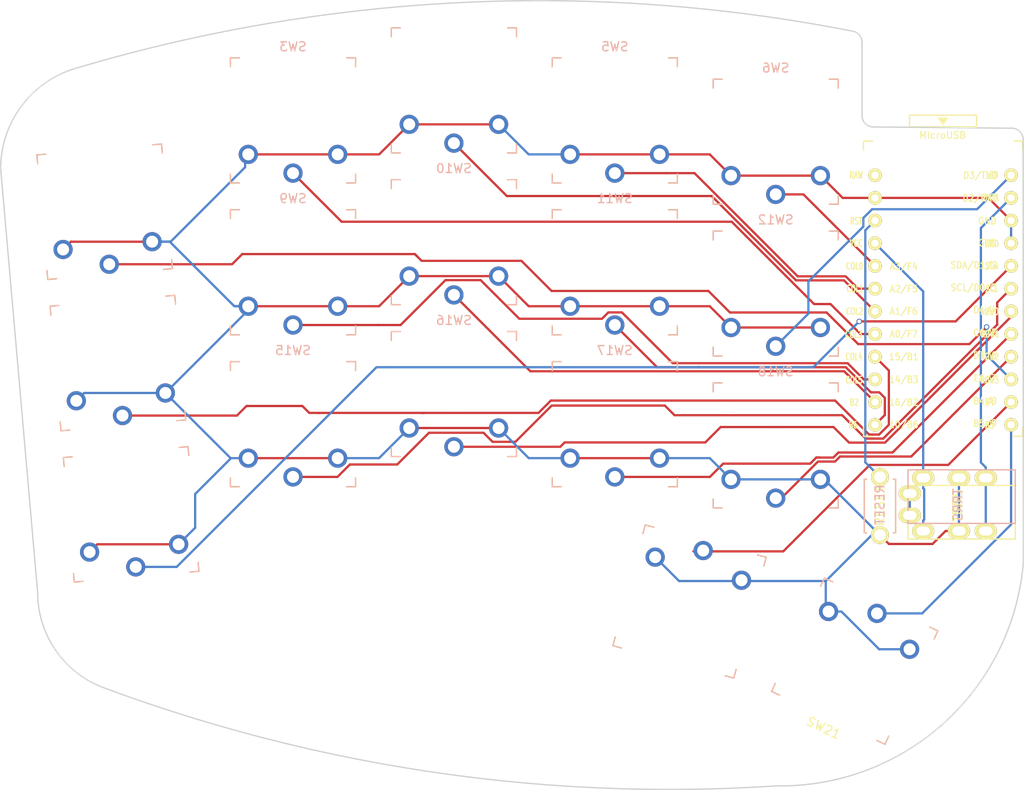
<source format=kicad_pcb>
(kicad_pcb (version 20171130) (host pcbnew "(5.1.4-0-10_14)")

  (general
    (thickness 1.6)
    (drawings 12)
    (tracks 242)
    (zones 0)
    (modules 20)
    (nets 24)
  )

  (page A4)
  (title_block
    (title "Corne Light")
    (date 2018-12-26)
    (rev 2.1)
    (company foostan)
  )

  (layers
    (0 F.Cu signal)
    (31 B.Cu signal)
    (32 B.Adhes user)
    (33 F.Adhes user)
    (34 B.Paste user)
    (35 F.Paste user)
    (36 B.SilkS user)
    (37 F.SilkS user)
    (38 B.Mask user)
    (39 F.Mask user)
    (40 Dwgs.User user)
    (41 Cmts.User user)
    (42 Eco1.User user)
    (43 Eco2.User user)
    (44 Edge.Cuts user)
    (45 Margin user)
    (46 B.CrtYd user)
    (47 F.CrtYd user)
    (48 B.Fab user)
    (49 F.Fab user)
  )

  (setup
    (last_trace_width 0.25)
    (user_trace_width 0.5)
    (trace_clearance 0.2)
    (zone_clearance 0.508)
    (zone_45_only no)
    (trace_min 0.2)
    (via_size 0.6)
    (via_drill 0.4)
    (via_min_size 0.4)
    (via_min_drill 0.3)
    (uvia_size 0.3)
    (uvia_drill 0.1)
    (uvias_allowed no)
    (uvia_min_size 0.2)
    (uvia_min_drill 0.1)
    (edge_width 0.15)
    (segment_width 0.15)
    (pcb_text_width 0.3)
    (pcb_text_size 1.5 1.5)
    (mod_edge_width 0.15)
    (mod_text_size 1 1)
    (mod_text_width 0.15)
    (pad_size 2.153 2.153)
    (pad_drill 1.346)
    (pad_to_mask_clearance 0.2)
    (aux_axis_origin 145.73 12.66)
    (visible_elements FFFFEFFF)
    (pcbplotparams
      (layerselection 0x010cc_ffffffff)
      (usegerberextensions true)
      (usegerberattributes false)
      (usegerberadvancedattributes false)
      (creategerberjobfile false)
      (excludeedgelayer true)
      (linewidth 0.150000)
      (plotframeref false)
      (viasonmask false)
      (mode 1)
      (useauxorigin false)
      (hpglpennumber 1)
      (hpglpenspeed 20)
      (hpglpendiameter 15.000000)
      (psnegative false)
      (psa4output false)
      (plotreference true)
      (plotvalue true)
      (plotinvisibletext false)
      (padsonsilk false)
      (subtractmaskfromsilk false)
      (outputformat 1)
      (mirror false)
      (drillshape 0)
      (scaleselection 1)
      (outputdirectory "gerber/"))
  )

  (net 0 "")
  (net 1 row0)
  (net 2 row1)
  (net 3 row2)
  (net 4 row3)
  (net 5 "Net-(D20-Pad2)")
  (net 6 GND)
  (net 7 VCC)
  (net 8 col1)
  (net 9 col2)
  (net 10 col3)
  (net 11 col4)
  (net 12 col5)
  (net 13 LED)
  (net 14 data)
  (net 15 reset)
  (net 16 SCL)
  (net 17 SDA)
  (net 18 "Net-(U1-Pad14)")
  (net 19 "Net-(U1-Pad13)")
  (net 20 "Net-(U1-Pad12)")
  (net 21 "Net-(U1-Pad11)")
  (net 22 "Net-(J1-PadA)")
  (net 23 "Net-(U1-Pad24)")

  (net_class Default "これは標準のネット クラスです。"
    (clearance 0.2)
    (trace_width 0.25)
    (via_dia 0.6)
    (via_drill 0.4)
    (uvia_dia 0.3)
    (uvia_drill 0.1)
    (add_net GND)
    (add_net LED)
    (add_net "Net-(D20-Pad2)")
    (add_net "Net-(J1-PadA)")
    (add_net "Net-(U1-Pad11)")
    (add_net "Net-(U1-Pad12)")
    (add_net "Net-(U1-Pad13)")
    (add_net "Net-(U1-Pad14)")
    (add_net "Net-(U1-Pad24)")
    (add_net SCL)
    (add_net SDA)
    (add_net VCC)
    (add_net col1)
    (add_net col2)
    (add_net col3)
    (add_net col4)
    (add_net col5)
    (add_net data)
    (add_net reset)
    (add_net row0)
    (add_net row1)
    (add_net row2)
    (add_net row3)
  )

  (module chocs:SW_PG1350_reversible_b2 (layer F.Cu) (tedit 5FC3A1E4) (tstamp 5C2387C8)
    (at 62 62.545)
    (descr "Kailh \"Choc\" PG1350 keyswitch, able to be mounted on front or back of PCB")
    (tags kailh,choc)
    (path /5A5E35BD)
    (fp_text reference SW15 (at 4.6 6 180) (layer Dwgs.User) hide
      (effects (font (size 1 1) (thickness 0.15)))
    )
    (fp_text value SW_PUSH (at -0.5 6 180) (layer Dwgs.User) hide
      (effects (font (size 1 1) (thickness 0.15)))
    )
    (fp_line (start -9 8.5) (end 9 8.5) (layer Eco1.User) (width 0.12))
    (fp_line (start 9 8.5) (end 9 -8.5) (layer Eco1.User) (width 0.12))
    (fp_line (start -9 -8.5) (end 9 -8.5) (layer Eco1.User) (width 0.12))
    (fp_line (start -9 8.5) (end -9 -8.5) (layer Eco1.User) (width 0.12))
    (fp_line (start -7.5 7.5) (end -7.5 -7.5) (layer F.Fab) (width 0.15))
    (fp_line (start 7.5 -7.5) (end 7.5 7.5) (layer F.Fab) (width 0.15))
    (fp_line (start 7.5 7.5) (end -7.5 7.5) (layer F.Fab) (width 0.15))
    (fp_line (start -7.5 -7.5) (end 7.5 -7.5) (layer F.Fab) (width 0.15))
    (fp_line (start -7.5 7.5) (end -7.5 -7.5) (layer B.Fab) (width 0.15))
    (fp_line (start 7.5 7.5) (end -7.5 7.5) (layer B.Fab) (width 0.15))
    (fp_line (start 7.5 -7.5) (end 7.5 7.5) (layer B.Fab) (width 0.15))
    (fp_line (start -7.5 -7.5) (end 7.5 -7.5) (layer B.Fab) (width 0.15))
    (fp_line (start -6.9 6.9) (end -6.9 -6.9) (layer Eco2.User) (width 0.15))
    (fp_line (start 6.9 -6.9) (end 6.9 6.9) (layer Eco2.User) (width 0.15))
    (fp_line (start 6.9 -6.9) (end -6.9 -6.9) (layer Eco2.User) (width 0.15))
    (fp_line (start -6.9 6.9) (end 6.9 6.9) (layer Eco2.User) (width 0.15))
    (fp_line (start 7 -7) (end 7 -6) (layer B.SilkS) (width 0.15))
    (fp_line (start 6 -7) (end 7 -7) (layer B.SilkS) (width 0.15))
    (fp_line (start 7 7) (end 6 7) (layer B.SilkS) (width 0.15))
    (fp_line (start 7 6) (end 7 7) (layer B.SilkS) (width 0.15))
    (fp_line (start -7 7) (end -7 6) (layer B.SilkS) (width 0.15))
    (fp_line (start -6 7) (end -7 7) (layer B.SilkS) (width 0.15))
    (fp_line (start -7 -7) (end -6 -7) (layer B.SilkS) (width 0.15))
    (fp_line (start -7 -6) (end -7 -7) (layer B.SilkS) (width 0.15))
    (fp_line (start -2.6 -3.1) (end -2.6 -6.3) (layer Eco2.User) (width 0.15))
    (fp_line (start 2.6 -6.3) (end -2.6 -6.3) (layer Eco2.User) (width 0.15))
    (fp_line (start 2.6 -3.1) (end 2.6 -6.3) (layer Eco2.User) (width 0.15))
    (fp_line (start -2.6 -3.1) (end 2.6 -3.1) (layer Eco2.User) (width 0.15))
    (fp_line (start -7 -7) (end -6 -7) (layer F.SilkS) (width 0.15))
    (fp_line (start -7 -6) (end -7 -7) (layer F.SilkS) (width 0.15))
    (fp_line (start -7 7) (end -7 6) (layer F.SilkS) (width 0.15))
    (fp_line (start -6 7) (end -7 7) (layer F.SilkS) (width 0.15))
    (fp_line (start 7 7) (end 6 7) (layer F.SilkS) (width 0.15))
    (fp_line (start 7 6) (end 7 7) (layer F.SilkS) (width 0.15))
    (fp_line (start 7 -7) (end 7 -6) (layer F.SilkS) (width 0.15))
    (fp_line (start 6 -7) (end 7 -7) (layer F.SilkS) (width 0.15))
    (fp_text user %R (at 0 -8.255) (layer B.SilkS)
      (effects (font (size 1 1) (thickness 0.15)) (justify mirror))
    )
    (fp_text user %V (at 0 8.255) (layer B.Fab)
      (effects (font (size 1 1) (thickness 0.15)) (justify mirror))
    )
    (fp_text user %R (at 0 0) (layer F.Fab)
      (effects (font (size 1 1) (thickness 0.15)))
    )
    (fp_text user %R (at 0 0) (layer F.Fab)
      (effects (font (size 1 1) (thickness 0.15)))
    )
    (pad "" np_thru_hole circle (at -5.22 -4.2) (size 0.9906 0.9906) (drill 0.9906) (layers *.Cu *.Mask))
    (pad 2 thru_hole circle (at 5 3.8) (size 2.153 2.153) (drill 1.346) (layers *.Cu *.Mask)
      (net 6 GND))
    (pad "" np_thru_hole circle (at 0 0) (size 3.429 3.429) (drill 3.429) (layers *.Cu *.Mask))
    (pad 2 thru_hole circle (at -5 3.8) (size 2.153 2.153) (drill 1.346) (layers *.Cu *.Mask)
      (net 6 GND))
    (pad 1 thru_hole circle (at 0 5.9) (size 2.153 2.153) (drill 1.346) (layers *.Cu *.Mask)
      (net 16 SCL))
    (pad "" np_thru_hole circle (at 5.22 -4.2) (size 0.9906 0.9906) (drill 0.9906) (layers *.Cu *.Mask))
    (pad "" np_thru_hole circle (at 5.5 0) (size 1.7018 1.7018) (drill 1.7018) (layers *.Cu *.Mask))
    (pad "" np_thru_hole circle (at -5.5 0) (size 1.7018 1.7018) (drill 1.7018) (layers *.Cu *.Mask))
  )

  (module chocs:SW_PG1350_reversible_b2 (layer F.Cu) (tedit 5FC3A16D) (tstamp 5C2386AA)
    (at 40.929 38.7641 5)
    (descr "Kailh \"Choc\" PG1350 keyswitch, able to be mounted on front or back of PCB")
    (tags kailh,choc)
    (path /5A5E2699)
    (fp_text reference SW2 (at 4.6 6 185) (layer Dwgs.User) hide
      (effects (font (size 1 1) (thickness 0.15)))
    )
    (fp_text value SW_PUSH (at -0.5 6 185) (layer Dwgs.User) hide
      (effects (font (size 1 1) (thickness 0.15)))
    )
    (fp_line (start -9 8.5) (end 9 8.5) (layer Eco1.User) (width 0.12))
    (fp_line (start 9 8.5) (end 9 -8.5) (layer Eco1.User) (width 0.12))
    (fp_line (start -9 -8.5) (end 9 -8.5) (layer Eco1.User) (width 0.12))
    (fp_line (start -9 8.5) (end -9 -8.5) (layer Eco1.User) (width 0.12))
    (fp_line (start -7.5 7.5) (end -7.5 -7.5) (layer F.Fab) (width 0.15))
    (fp_line (start 7.5 -7.5) (end 7.5 7.5) (layer F.Fab) (width 0.15))
    (fp_line (start 7.5 7.5) (end -7.5 7.5) (layer F.Fab) (width 0.15))
    (fp_line (start -7.5 -7.5) (end 7.5 -7.5) (layer F.Fab) (width 0.15))
    (fp_line (start -7.5 7.5) (end -7.5 -7.5) (layer B.Fab) (width 0.15))
    (fp_line (start 7.5 7.5) (end -7.5 7.5) (layer B.Fab) (width 0.15))
    (fp_line (start 7.5 -7.5) (end 7.5 7.5) (layer B.Fab) (width 0.15))
    (fp_line (start -7.5 -7.5) (end 7.5 -7.5) (layer B.Fab) (width 0.15))
    (fp_line (start -6.9 6.9) (end -6.9 -6.9) (layer Eco2.User) (width 0.15))
    (fp_line (start 6.9 -6.9) (end 6.9 6.9) (layer Eco2.User) (width 0.15))
    (fp_line (start 6.9 -6.9) (end -6.9 -6.9) (layer Eco2.User) (width 0.15))
    (fp_line (start -6.9 6.9) (end 6.9 6.9) (layer Eco2.User) (width 0.15))
    (fp_line (start 7 -7) (end 7 -6) (layer B.SilkS) (width 0.15))
    (fp_line (start 6 -7) (end 7 -7) (layer B.SilkS) (width 0.15))
    (fp_line (start 7 7) (end 6 7) (layer B.SilkS) (width 0.15))
    (fp_line (start 7 6) (end 7 7) (layer B.SilkS) (width 0.15))
    (fp_line (start -7 7) (end -7 6) (layer B.SilkS) (width 0.15))
    (fp_line (start -6 7) (end -7 7) (layer B.SilkS) (width 0.15))
    (fp_line (start -7 -7) (end -6 -7) (layer B.SilkS) (width 0.15))
    (fp_line (start -7 -6) (end -7 -7) (layer B.SilkS) (width 0.15))
    (fp_line (start -2.6 -3.1) (end -2.6 -6.3) (layer Eco2.User) (width 0.15))
    (fp_line (start 2.6 -6.3) (end -2.6 -6.3) (layer Eco2.User) (width 0.15))
    (fp_line (start 2.6 -3.1) (end 2.6 -6.3) (layer Eco2.User) (width 0.15))
    (fp_line (start -2.6 -3.1) (end 2.6 -3.1) (layer Eco2.User) (width 0.15))
    (fp_line (start -7 -7) (end -6 -7) (layer F.SilkS) (width 0.15))
    (fp_line (start -7 -6) (end -7 -7) (layer F.SilkS) (width 0.15))
    (fp_line (start -7 7) (end -7 6) (layer F.SilkS) (width 0.15))
    (fp_line (start -6 7) (end -7 7) (layer F.SilkS) (width 0.15))
    (fp_line (start 7 7) (end 6 7) (layer F.SilkS) (width 0.15))
    (fp_line (start 7 6) (end 7 7) (layer F.SilkS) (width 0.15))
    (fp_line (start 7 -7) (end 7 -6) (layer F.SilkS) (width 0.15))
    (fp_line (start 6 -7) (end 7 -7) (layer F.SilkS) (width 0.15))
    (fp_text user %R (at 0 0 5) (layer F.Fab)
      (effects (font (size 1 1) (thickness 0.15)))
    )
    (fp_text user %V (at 0 8.255 5) (layer B.Fab)
      (effects (font (size 1 1) (thickness 0.15)) (justify mirror))
    )
    (fp_text user %R (at 0 0 5) (layer F.Fab)
      (effects (font (size 1 1) (thickness 0.15)))
    )
    (fp_text user %R (at 0 0 5) (layer F.Fab)
      (effects (font (size 1 1) (thickness 0.15)))
    )
    (pad "" np_thru_hole circle (at -5.22 -4.2 5) (size 0.9906 0.9906) (drill 0.9906) (layers *.Cu *.Mask))
    (pad 2 thru_hole circle (at 5 3.8 5) (size 2.153 2.153) (drill 1.346) (layers *.Cu *.Mask)
      (net 6 GND))
    (pad "" np_thru_hole circle (at 0 0 5) (size 3.429 3.429) (drill 3.429) (layers *.Cu *.Mask))
    (pad 2 thru_hole circle (at -5 3.8 5) (size 2.153 2.153) (drill 1.346) (layers *.Cu *.Mask)
      (net 6 GND))
    (pad 1 thru_hole circle (at 0 5.9 5) (size 2.153 2.153) (drill 1.346) (layers *.Cu *.Mask)
      (net 4 row3))
    (pad "" np_thru_hole circle (at 5.22 -4.2 5) (size 0.9906 0.9906) (drill 0.9906) (layers *.Cu *.Mask))
    (pad "" np_thru_hole circle (at 5.5 0 5) (size 1.7018 1.7018) (drill 1.7018) (layers *.Cu *.Mask))
    (pad "" np_thru_hole circle (at -5.5 0 5) (size 1.7018 1.7018) (drill 1.7018) (layers *.Cu *.Mask))
  )

  (module kbd:ProMicro_v3 (layer F.Cu) (tedit 5EAE9E67) (tstamp 5C238F3C)
    (at 134.72 49.15)
    (path /5A5E14C2)
    (fp_text reference U1 (at -0.1 -0.05 270) (layer F.SilkS) hide
      (effects (font (size 1 1) (thickness 0.15)))
    )
    (fp_text value ProMicro (at -0.45 -17) (layer F.Fab) hide
      (effects (font (size 1 1) (thickness 0.15)))
    )
    (fp_line (start -0.15 -20.4) (end 0.15 -20.4) (layer F.SilkS) (width 0.15))
    (fp_line (start -0.25 -20.55) (end 0.25 -20.55) (layer F.SilkS) (width 0.15))
    (fp_line (start -0.35 -20.7) (end 0.35 -20.7) (layer F.SilkS) (width 0.15))
    (fp_line (start 0 -20.2) (end -0.5 -20.85) (layer F.SilkS) (width 0.15))
    (fp_line (start 0.5 -20.85) (end 0 -20.2) (layer F.SilkS) (width 0.15))
    (fp_line (start -0.5 -20.85) (end 0.5 -20.85) (layer F.SilkS) (width 0.15))
    (fp_line (start 3.75 -21.2) (end -3.75 -21.2) (layer F.SilkS) (width 0.15))
    (fp_line (start 3.75 -19.9) (end 3.75 -21.2) (layer F.SilkS) (width 0.15))
    (fp_line (start -3.75 -19.9) (end 3.75 -19.9) (layer F.SilkS) (width 0.15))
    (fp_line (start -3.75 -21.2) (end -3.75 -19.9) (layer F.SilkS) (width 0.15))
    (fp_line (start 3.76 -18.3) (end 8.9 -18.3) (layer F.Fab) (width 0.15))
    (fp_line (start -3.75 -18.3) (end 3.75 -18.3) (layer F.Fab) (width 0.15))
    (fp_line (start -3.75 -19.6) (end -3.75 -18.299039) (layer F.Fab) (width 0.15))
    (fp_line (start 3.75 -19.6) (end 3.75 -18.3) (layer F.Fab) (width 0.15))
    (fp_line (start -3.75 -19.6) (end 3.75 -19.6) (layer F.Fab) (width 0.15))
    (fp_line (start -8.9 -18.3) (end -3.75 -18.3) (layer F.Fab) (width 0.15))
    (fp_line (start 8.9 -18.3) (end 8.9 14.75) (layer F.Fab) (width 0.15))
    (fp_line (start 8.9 14.75) (end -8.9 14.75) (layer F.Fab) (width 0.15))
    (fp_line (start -8.9 14.75) (end -8.9 -18.3) (layer F.Fab) (width 0.15))
    (fp_line (start -8.9 -18.3) (end -8.9 -17.3) (layer F.SilkS) (width 0.15))
    (fp_line (start 8.9 -18.3) (end 8.9 -17.3) (layer F.SilkS) (width 0.15))
    (fp_line (start -8.9 -18.3) (end -7.9 -18.3) (layer F.SilkS) (width 0.15))
    (fp_line (start 8.9 -18.3) (end 7.95 -18.3) (layer F.SilkS) (width 0.15))
    (fp_line (start -8.9 13.7) (end -8.9 14.75) (layer F.SilkS) (width 0.15))
    (fp_line (start 8.9 13.75) (end 8.9 14.75) (layer F.SilkS) (width 0.15))
    (fp_line (start -8.9 14.75) (end -7.9 14.75) (layer F.SilkS) (width 0.15))
    (fp_line (start 8.9 14.75) (end 7.89 14.75) (layer F.SilkS) (width 0.15))
    (fp_text user "" (at -1.2065 -16.256) (layer B.SilkS)
      (effects (font (size 1 1) (thickness 0.15)) (justify mirror))
    )
    (fp_text user "" (at -0.545 -17.4) (layer F.SilkS)
      (effects (font (size 1 1) (thickness 0.15)))
    )
    (fp_text user RAW (at -9.7155 -14.478 unlocked) (layer F.SilkS)
      (effects (font (size 0.75 0.5) (thickness 0.125)))
    )
    (fp_text user GND (at 5.461 -6.7945 unlocked) (layer F.SilkS)
      (effects (font (size 0.75 0.5) (thickness 0.125)))
    )
    (fp_text user RST (at -9.7155 -9.3345 unlocked) (layer F.SilkS)
      (effects (font (size 0.75 0.5) (thickness 0.125)))
    )
    (fp_text user VCC (at -9.7155 -6.858 unlocked) (layer F.SilkS)
      (effects (font (size 0.75 0.5) (thickness 0.125)))
    )
    (fp_text user A3/F4 (at -4.395 -4.25 unlocked) (layer F.SilkS)
      (effects (font (size 0.75 0.67) (thickness 0.125)))
    )
    (fp_text user A2/F5 (at -4.395 -1.75 unlocked) (layer F.SilkS)
      (effects (font (size 0.75 0.67) (thickness 0.125)))
    )
    (fp_text user A1/F6 (at -4.395 0.75 unlocked) (layer F.SilkS)
      (effects (font (size 0.75 0.67) (thickness 0.125)))
    )
    (fp_text user A0/F7 (at -4.395 3.3 unlocked) (layer F.SilkS)
      (effects (font (size 0.75 0.67) (thickness 0.125)))
    )
    (fp_text user 15/B1 (at -4.395 5.85 unlocked) (layer F.SilkS)
      (effects (font (size 0.75 0.67) (thickness 0.125)))
    )
    (fp_text user 14/B3 (at -4.395 8.4 unlocked) (layer F.SilkS)
      (effects (font (size 0.75 0.67) (thickness 0.125)))
    )
    (fp_text user 10/B6 (at -4.395 13.45 unlocked) (layer F.SilkS)
      (effects (font (size 0.75 0.67) (thickness 0.125)))
    )
    (fp_text user 16/B2 (at -4.395 10.95 unlocked) (layer F.SilkS)
      (effects (font (size 0.75 0.67) (thickness 0.125)))
    )
    (fp_text user E6/7 (at 4.705 8.25 unlocked) (layer F.SilkS)
      (effects (font (size 0.75 0.67) (thickness 0.125)))
    )
    (fp_text user D7/6 (at 4.705 5.7 unlocked) (layer F.SilkS)
      (effects (font (size 0.75 0.67) (thickness 0.125)))
    )
    (fp_text user GND (at 4.955 -9.35 unlocked) (layer F.SilkS)
      (effects (font (size 0.75 0.67) (thickness 0.125)))
    )
    (fp_text user GND (at 4.955 -6.9 unlocked) (layer F.SilkS)
      (effects (font (size 0.75 0.67) (thickness 0.125)))
    )
    (fp_text user D3/TX0 (at 4.155 -14.45 unlocked) (layer F.SilkS)
      (effects (font (size 0.75 0.67) (thickness 0.125)))
    )
    (fp_text user D4/4 (at 4.705 0.6 unlocked) (layer F.SilkS)
      (effects (font (size 0.75 0.67) (thickness 0.125)))
    )
    (fp_text user SDA/D1/2 (at 3.455 -4.4 unlocked) (layer F.SilkS)
      (effects (font (size 0.75 0.67) (thickness 0.125)))
    )
    (fp_text user SCL/D0/3 (at 3.455 -1.9 unlocked) (layer F.SilkS)
      (effects (font (size 0.75 0.67) (thickness 0.125)))
    )
    (fp_text user C6/5 (at 4.705 3.15 unlocked) (layer F.SilkS)
      (effects (font (size 0.75 0.67) (thickness 0.125)))
    )
    (fp_text user B5/9 (at 4.705 13.3 unlocked) (layer F.SilkS)
      (effects (font (size 0.75 0.67) (thickness 0.125)))
    )
    (fp_text user D2/RX1 (at 4.155 -11.9 unlocked) (layer F.SilkS)
      (effects (font (size 0.75 0.67) (thickness 0.125)))
    )
    (fp_text user B4/8 (at 4.705 10.8 unlocked) (layer F.SilkS)
      (effects (font (size 0.75 0.67) (thickness 0.125)))
    )
    (fp_text user MicroUSB (at -0.05 -18.95) (layer F.SilkS)
      (effects (font (size 0.75 0.75) (thickness 0.12)))
    )
    (fp_text user LED (at 5.5 -14.478) (layer F.SilkS)
      (effects (font (size 0.75 0.5) (thickness 0.125)))
    )
    (fp_text user DATA (at 5.35 -11.95) (layer F.SilkS)
      (effects (font (size 0.75 0.5) (thickness 0.125)))
    )
    (fp_text user COL3 (at -10 3.35) (layer F.SilkS)
      (effects (font (size 0.75 0.5) (thickness 0.125)))
    )
    (fp_text user ROW0 (at 5.2 0.8) (layer F.SilkS)
      (effects (font (size 0.75 0.5) (thickness 0.125)))
    )
    (fp_text user COL2 (at -9.9 0.762) (layer F.SilkS)
      (effects (font (size 0.75 0.5) (thickness 0.125)))
    )
    (fp_text user SCL (at 5.461 -1.778) (layer F.SilkS)
      (effects (font (size 0.75 0.5) (thickness 0.125)))
    )
    (fp_text user COL1 (at -9.85 -1.778) (layer F.SilkS)
      (effects (font (size 0.75 0.5) (thickness 0.125)))
    )
    (fp_text user SDA (at 5.461 -4.318) (layer F.SilkS)
      (effects (font (size 0.75 0.5) (thickness 0.125)))
    )
    (fp_text user COL0 (at -9.9 -4.3) (layer F.SilkS)
      (effects (font (size 0.75 0.5) (thickness 0.125)))
    )
    (fp_text user B6 (at -10.05 13.5) (layer F.SilkS)
      (effects (font (size 0.75 0.5) (thickness 0.125)))
    )
    (fp_text user B5 (at 5.2 13.5255) (layer F.SilkS)
      (effects (font (size 0.75 0.5) (thickness 0.125)))
    )
    (fp_text user B4 (at 5.2 10.922) (layer F.SilkS)
      (effects (font (size 0.75 0.5) (thickness 0.125)))
    )
    (fp_text user B2 (at -9.95 10.95) (layer F.SilkS)
      (effects (font (size 0.75 0.5) (thickness 0.125)))
    )
    (fp_text user ROW3 (at 5.2 8.4455) (layer F.SilkS)
      (effects (font (size 0.75 0.5) (thickness 0.125)))
    )
    (fp_text user COL5 (at -9.95 8.4455) (layer F.SilkS)
      (effects (font (size 0.75 0.5) (thickness 0.125)))
    )
    (fp_text user ROW2 (at 5.2 5.85) (layer F.SilkS)
      (effects (font (size 0.75 0.5) (thickness 0.125)))
    )
    (fp_text user COL4 (at -9.95 5.85) (layer F.SilkS)
      (effects (font (size 0.75 0.5) (thickness 0.125)))
    )
    (fp_text user ROW1 (at 5.25 3.302) (layer F.SilkS)
      (effects (font (size 0.75 0.5) (thickness 0.125)))
    )
    (pad 24 thru_hole circle (at -7.6086 -14.478) (size 1.524 1.524) (drill 0.8128) (layers *.Cu *.Mask F.SilkS)
      (net 23 "Net-(U1-Pad24)"))
    (pad 23 thru_hole circle (at -7.6086 -11.938) (size 1.524 1.524) (drill 0.8128) (layers *.Cu *.Mask F.SilkS)
      (net 6 GND))
    (pad 22 thru_hole circle (at -7.6086 -9.398) (size 1.524 1.524) (drill 0.8128) (layers *.Cu *.Mask F.SilkS)
      (net 15 reset))
    (pad 21 thru_hole circle (at -7.6086 -6.858) (size 1.524 1.524) (drill 0.8128) (layers *.Cu *.Mask F.SilkS)
      (net 7 VCC))
    (pad 20 thru_hole circle (at -7.6086 -4.318) (size 1.524 1.524) (drill 0.8128) (layers *.Cu *.Mask F.SilkS)
      (net 5 "Net-(D20-Pad2)"))
    (pad 19 thru_hole circle (at -7.6086 -1.778) (size 1.524 1.524) (drill 0.8128) (layers *.Cu *.Mask F.SilkS)
      (net 8 col1))
    (pad 18 thru_hole circle (at -7.6086 0.762) (size 1.524 1.524) (drill 0.8128) (layers *.Cu *.Mask F.SilkS)
      (net 9 col2))
    (pad 17 thru_hole circle (at -7.6086 3.302) (size 1.524 1.524) (drill 0.8128) (layers *.Cu *.Mask F.SilkS)
      (net 10 col3))
    (pad 16 thru_hole circle (at -7.6086 5.842) (size 1.524 1.524) (drill 0.8128) (layers *.Cu *.Mask F.SilkS)
      (net 11 col4))
    (pad 15 thru_hole circle (at -7.6086 8.382) (size 1.524 1.524) (drill 0.8128) (layers *.Cu *.Mask F.SilkS)
      (net 12 col5))
    (pad 14 thru_hole circle (at -7.6086 10.922) (size 1.524 1.524) (drill 0.8128) (layers *.Cu *.Mask F.SilkS)
      (net 18 "Net-(U1-Pad14)"))
    (pad 13 thru_hole circle (at -7.6086 13.462) (size 1.524 1.524) (drill 0.8128) (layers *.Cu *.Mask F.SilkS)
      (net 19 "Net-(U1-Pad13)"))
    (pad 12 thru_hole circle (at 7.6114 13.462) (size 1.524 1.524) (drill 0.8128) (layers *.Cu *.Mask F.SilkS)
      (net 20 "Net-(U1-Pad12)"))
    (pad 11 thru_hole circle (at 7.6114 10.922) (size 1.524 1.524) (drill 0.8128) (layers *.Cu *.Mask F.SilkS)
      (net 21 "Net-(U1-Pad11)"))
    (pad 10 thru_hole circle (at 7.6114 8.382) (size 1.524 1.524) (drill 0.8128) (layers *.Cu *.Mask F.SilkS)
      (net 4 row3))
    (pad 9 thru_hole circle (at 7.6114 5.842) (size 1.524 1.524) (drill 0.8128) (layers *.Cu *.Mask F.SilkS)
      (net 3 row2))
    (pad 8 thru_hole circle (at 7.6114 3.302) (size 1.524 1.524) (drill 0.8128) (layers *.Cu *.Mask F.SilkS)
      (net 2 row1))
    (pad 7 thru_hole circle (at 7.6114 0.762) (size 1.524 1.524) (drill 0.8128) (layers *.Cu *.Mask F.SilkS)
      (net 1 row0))
    (pad 6 thru_hole circle (at 7.6114 -1.778) (size 1.524 1.524) (drill 0.8128) (layers *.Cu *.Mask F.SilkS)
      (net 16 SCL))
    (pad 5 thru_hole circle (at 7.6114 -4.318) (size 1.524 1.524) (drill 0.8128) (layers *.Cu *.Mask F.SilkS)
      (net 17 SDA))
    (pad 4 thru_hole circle (at 7.6114 -6.858) (size 1.524 1.524) (drill 0.8128) (layers *.Cu *.Mask F.SilkS)
      (net 6 GND))
    (pad 3 thru_hole circle (at 7.6114 -9.398) (size 1.524 1.524) (drill 0.8128) (layers *.Cu *.Mask F.SilkS)
      (net 6 GND))
    (pad 2 thru_hole circle (at 7.6114 -11.938) (size 1.524 1.524) (drill 0.8128) (layers *.Cu *.Mask F.SilkS)
      (net 14 data))
    (pad 1 thru_hole circle (at 7.6114 -14.478) (size 1.524 1.524) (drill 0.8128) (layers *.Cu *.Mask F.SilkS)
      (net 13 LED))
  )

  (module chocs:SW_PG1350_reversible_b2 (layer B.Cu) (tedit 5FC3A399) (tstamp 5EBA60B1)
    (at 106.36 82.39 345)
    (descr "Kailh \"Choc\" PG1350 keyswitch, able to be mounted on front or back of PCB")
    (tags kailh,choc)
    (path /5A5E37A4)
    (fp_text reference SW20 (at 4.600001 -6 165) (layer Dwgs.User) hide
      (effects (font (size 1 1) (thickness 0.15)))
    )
    (fp_text value SW_PUSH (at -0.5 -5.999999 165) (layer Dwgs.User) hide
      (effects (font (size 1 1) (thickness 0.15)))
    )
    (fp_line (start -9 -8.5) (end 9 -8.5) (layer Eco1.User) (width 0.12))
    (fp_line (start 9 -8.5) (end 9 8.5) (layer Eco1.User) (width 0.12))
    (fp_line (start -9 8.5) (end 9 8.5) (layer Eco1.User) (width 0.12))
    (fp_line (start -9 -8.5) (end -9 8.5) (layer Eco1.User) (width 0.12))
    (fp_line (start -7.5 -7.5) (end -7.5 7.5) (layer B.Fab) (width 0.15))
    (fp_line (start 7.5 7.5) (end 7.5 -7.5) (layer B.Fab) (width 0.15))
    (fp_line (start 7.5 -7.5) (end -7.5 -7.5) (layer B.Fab) (width 0.15))
    (fp_line (start -7.5 7.5) (end 7.5 7.5) (layer B.Fab) (width 0.15))
    (fp_line (start -7.5 -7.5) (end -7.5 7.5) (layer F.Fab) (width 0.15))
    (fp_line (start 7.5 -7.5) (end -7.5 -7.5) (layer F.Fab) (width 0.15))
    (fp_line (start 7.5 7.5) (end 7.5 -7.5) (layer F.Fab) (width 0.15))
    (fp_line (start -7.5 7.5) (end 7.5 7.5) (layer F.Fab) (width 0.15))
    (fp_line (start -6.9 -6.9) (end -6.9 6.9) (layer Eco2.User) (width 0.15))
    (fp_line (start 6.9 6.9) (end 6.9 -6.9) (layer Eco2.User) (width 0.15))
    (fp_line (start 6.9 6.9) (end -6.9 6.9) (layer Eco2.User) (width 0.15))
    (fp_line (start -6.9 -6.9) (end 6.9 -6.9) (layer Eco2.User) (width 0.15))
    (fp_line (start 7 7) (end 7 6) (layer F.SilkS) (width 0.15))
    (fp_line (start 6 7) (end 7 7) (layer F.SilkS) (width 0.15))
    (fp_line (start 7 -7) (end 6 -7) (layer F.SilkS) (width 0.15))
    (fp_line (start 7 -6) (end 7 -7) (layer F.SilkS) (width 0.15))
    (fp_line (start -7 -7) (end -7 -6) (layer F.SilkS) (width 0.15))
    (fp_line (start -6 -7) (end -7 -7) (layer F.SilkS) (width 0.15))
    (fp_line (start -7 7) (end -6 7) (layer F.SilkS) (width 0.15))
    (fp_line (start -7 6) (end -7 7) (layer F.SilkS) (width 0.15))
    (fp_line (start -2.6 3.1) (end -2.6 6.3) (layer Eco2.User) (width 0.15))
    (fp_line (start 2.6 6.3) (end -2.6 6.3) (layer Eco2.User) (width 0.15))
    (fp_line (start 2.6 3.1) (end 2.6 6.3) (layer Eco2.User) (width 0.15))
    (fp_line (start -2.6 3.1) (end 2.6 3.1) (layer Eco2.User) (width 0.15))
    (fp_line (start -7 7) (end -6 7) (layer B.SilkS) (width 0.15))
    (fp_line (start -7 6) (end -7 7) (layer B.SilkS) (width 0.15))
    (fp_line (start -7 -7) (end -7 -6) (layer B.SilkS) (width 0.15))
    (fp_line (start -6 -7) (end -7 -7) (layer B.SilkS) (width 0.15))
    (fp_line (start 7 -7) (end 6 -7) (layer B.SilkS) (width 0.15))
    (fp_line (start 7 -6) (end 7 -7) (layer B.SilkS) (width 0.15))
    (fp_line (start 7 7) (end 7 6) (layer B.SilkS) (width 0.15))
    (fp_line (start 6 7) (end 7 7) (layer B.SilkS) (width 0.15))
    (fp_text user %R (at 0 0 165) (layer B.Fab)
      (effects (font (size 1 1) (thickness 0.15)) (justify mirror))
    )
    (fp_text user %V (at 0 -8.255 165) (layer F.Fab)
      (effects (font (size 1 1) (thickness 0.15)))
    )
    (fp_text user %R (at 0 0 165) (layer B.Fab)
      (effects (font (size 1 1) (thickness 0.15)) (justify mirror))
    )
    (fp_text user %R (at 0 0 165) (layer B.Fab)
      (effects (font (size 1 1) (thickness 0.15)) (justify mirror))
    )
    (pad "" np_thru_hole circle (at -5.22 4.2 345) (size 0.9906 0.9906) (drill 0.9906) (layers *.Cu *.Mask))
    (pad 2 thru_hole circle (at 5 -3.8 345) (size 2.153 2.153) (drill 1.346) (layers *.Cu *.Mask)
      (net 6 GND))
    (pad "" np_thru_hole circle (at 0 0 345) (size 3.429 3.429) (drill 3.429) (layers *.Cu *.Mask))
    (pad 2 thru_hole circle (at -5 -3.8 345) (size 2.153 2.153) (drill 1.346) (layers *.Cu *.Mask)
      (net 6 GND))
    (pad 1 thru_hole circle (at 0 -5.9 345) (size 2.153 2.153) (drill 1.346) (layers *.Cu *.Mask)
      (net 21 "Net-(U1-Pad11)"))
    (pad "" np_thru_hole circle (at 5.22 4.2 345) (size 0.9906 0.9906) (drill 0.9906) (layers *.Cu *.Mask))
    (pad "" np_thru_hole circle (at 5.5 0 345) (size 1.7018 1.7018) (drill 1.7018) (layers *.Cu *.Mask))
    (pad "" np_thru_hole circle (at -5.5 0 345) (size 1.7018 1.7018) (drill 1.7018) (layers *.Cu *.Mask))
  )

  (module chocs:SW_PG1350_reversible_b2 (layer F.Cu) (tedit 5FC3A35A) (tstamp 5C23880A)
    (at 116 64.92)
    (descr "Kailh \"Choc\" PG1350 keyswitch, able to be mounted on front or back of PCB")
    (tags kailh,choc)
    (path /5A5E35D5)
    (fp_text reference SW18 (at 4.6 6 180) (layer Dwgs.User) hide
      (effects (font (size 1 1) (thickness 0.15)))
    )
    (fp_text value SW_PUSH (at -0.5 6 180) (layer Dwgs.User) hide
      (effects (font (size 1 1) (thickness 0.15)))
    )
    (fp_line (start -9 8.5) (end 9 8.5) (layer Eco1.User) (width 0.12))
    (fp_line (start 9 8.5) (end 9 -8.5) (layer Eco1.User) (width 0.12))
    (fp_line (start -9 -8.5) (end 9 -8.5) (layer Eco1.User) (width 0.12))
    (fp_line (start -9 8.5) (end -9 -8.5) (layer Eco1.User) (width 0.12))
    (fp_line (start -7.5 7.5) (end -7.5 -7.5) (layer F.Fab) (width 0.15))
    (fp_line (start 7.5 -7.5) (end 7.5 7.5) (layer F.Fab) (width 0.15))
    (fp_line (start 7.5 7.5) (end -7.5 7.5) (layer F.Fab) (width 0.15))
    (fp_line (start -7.5 -7.5) (end 7.5 -7.5) (layer F.Fab) (width 0.15))
    (fp_line (start -7.5 7.5) (end -7.5 -7.5) (layer B.Fab) (width 0.15))
    (fp_line (start 7.5 7.5) (end -7.5 7.5) (layer B.Fab) (width 0.15))
    (fp_line (start 7.5 -7.5) (end 7.5 7.5) (layer B.Fab) (width 0.15))
    (fp_line (start -7.5 -7.5) (end 7.5 -7.5) (layer B.Fab) (width 0.15))
    (fp_line (start -6.9 6.9) (end -6.9 -6.9) (layer Eco2.User) (width 0.15))
    (fp_line (start 6.9 -6.9) (end 6.9 6.9) (layer Eco2.User) (width 0.15))
    (fp_line (start 6.9 -6.9) (end -6.9 -6.9) (layer Eco2.User) (width 0.15))
    (fp_line (start -6.9 6.9) (end 6.9 6.9) (layer Eco2.User) (width 0.15))
    (fp_line (start 7 -7) (end 7 -6) (layer B.SilkS) (width 0.15))
    (fp_line (start 6 -7) (end 7 -7) (layer B.SilkS) (width 0.15))
    (fp_line (start 7 7) (end 6 7) (layer B.SilkS) (width 0.15))
    (fp_line (start 7 6) (end 7 7) (layer B.SilkS) (width 0.15))
    (fp_line (start -7 7) (end -7 6) (layer B.SilkS) (width 0.15))
    (fp_line (start -6 7) (end -7 7) (layer B.SilkS) (width 0.15))
    (fp_line (start -7 -7) (end -6 -7) (layer B.SilkS) (width 0.15))
    (fp_line (start -7 -6) (end -7 -7) (layer B.SilkS) (width 0.15))
    (fp_line (start -2.6 -3.1) (end -2.6 -6.3) (layer Eco2.User) (width 0.15))
    (fp_line (start 2.6 -6.3) (end -2.6 -6.3) (layer Eco2.User) (width 0.15))
    (fp_line (start 2.6 -3.1) (end 2.6 -6.3) (layer Eco2.User) (width 0.15))
    (fp_line (start -2.6 -3.1) (end 2.6 -3.1) (layer Eco2.User) (width 0.15))
    (fp_line (start -7 -7) (end -6 -7) (layer F.SilkS) (width 0.15))
    (fp_line (start -7 -6) (end -7 -7) (layer F.SilkS) (width 0.15))
    (fp_line (start -7 7) (end -7 6) (layer F.SilkS) (width 0.15))
    (fp_line (start -6 7) (end -7 7) (layer F.SilkS) (width 0.15))
    (fp_line (start 7 7) (end 6 7) (layer F.SilkS) (width 0.15))
    (fp_line (start 7 6) (end 7 7) (layer F.SilkS) (width 0.15))
    (fp_line (start 7 -7) (end 7 -6) (layer F.SilkS) (width 0.15))
    (fp_line (start 6 -7) (end 7 -7) (layer F.SilkS) (width 0.15))
    (fp_text user %R (at 0 -8.255) (layer B.SilkS)
      (effects (font (size 1 1) (thickness 0.15)) (justify mirror))
    )
    (fp_text user %V (at 0 8.255) (layer B.Fab)
      (effects (font (size 1 1) (thickness 0.15)) (justify mirror))
    )
    (fp_text user %R (at 0 0) (layer F.Fab)
      (effects (font (size 1 1) (thickness 0.15)))
    )
    (fp_text user %R (at 0 0) (layer F.Fab)
      (effects (font (size 1 1) (thickness 0.15)))
    )
    (pad "" np_thru_hole circle (at -5.22 -4.2) (size 0.9906 0.9906) (drill 0.9906) (layers *.Cu *.Mask))
    (pad 2 thru_hole circle (at 5 3.8) (size 2.153 2.153) (drill 1.346) (layers *.Cu *.Mask)
      (net 6 GND))
    (pad "" np_thru_hole circle (at 0 0) (size 3.429 3.429) (drill 3.429) (layers *.Cu *.Mask))
    (pad 2 thru_hole circle (at -5 3.8) (size 2.153 2.153) (drill 1.346) (layers *.Cu *.Mask)
      (net 6 GND))
    (pad 1 thru_hole circle (at 0 5.9) (size 2.153 2.153) (drill 1.346) (layers *.Cu *.Mask)
      (net 3 row2))
    (pad "" np_thru_hole circle (at 5.22 -4.2) (size 0.9906 0.9906) (drill 0.9906) (layers *.Cu *.Mask))
    (pad "" np_thru_hole circle (at 5.5 0) (size 1.7018 1.7018) (drill 1.7018) (layers *.Cu *.Mask))
    (pad "" np_thru_hole circle (at -5.5 0) (size 1.7018 1.7018) (drill 1.7018) (layers *.Cu *.Mask))
  )

  (module chocs:SW_PG1350_reversible_b2 (layer B.Cu) (tedit 5FC3A37B) (tstamp 5EBA613E)
    (at 124.84 89.07 335)
    (descr "Kailh \"Choc\" PG1350 keyswitch, able to be mounted on front or back of PCB")
    (tags kailh,choc)
    (path /5A5E37B0)
    (fp_text reference SW21 (at 4.6 -6 335) (layer Dwgs.User) hide
      (effects (font (size 1 1) (thickness 0.15)))
    )
    (fp_text value SW_PUSH (at -0.5 -5.999999 335) (layer Dwgs.User) hide
      (effects (font (size 1 1) (thickness 0.15)))
    )
    (fp_line (start -9 -8.5) (end 9 -8.5) (layer Eco1.User) (width 0.12))
    (fp_line (start 9 -8.5) (end 9 8.5) (layer Eco1.User) (width 0.12))
    (fp_line (start -9 8.5) (end 9 8.5) (layer Eco1.User) (width 0.12))
    (fp_line (start -9 -8.5) (end -9 8.5) (layer Eco1.User) (width 0.12))
    (fp_line (start -7.5 -7.5) (end -7.5 7.5) (layer B.Fab) (width 0.15))
    (fp_line (start 7.5 7.5) (end 7.5 -7.5) (layer B.Fab) (width 0.15))
    (fp_line (start 7.5 -7.5) (end -7.5 -7.5) (layer B.Fab) (width 0.15))
    (fp_line (start -7.5 7.5) (end 7.5 7.5) (layer B.Fab) (width 0.15))
    (fp_line (start -7.5 -7.5) (end -7.5 7.5) (layer F.Fab) (width 0.15))
    (fp_line (start 7.5 -7.5) (end -7.5 -7.5) (layer F.Fab) (width 0.15))
    (fp_line (start 7.5 7.5) (end 7.5 -7.5) (layer F.Fab) (width 0.15))
    (fp_line (start -7.5 7.5) (end 7.5 7.5) (layer F.Fab) (width 0.15))
    (fp_line (start -6.9 -6.9) (end -6.9 6.9) (layer Eco2.User) (width 0.15))
    (fp_line (start 6.9 6.9) (end 6.9 -6.9) (layer Eco2.User) (width 0.15))
    (fp_line (start 6.9 6.9) (end -6.9 6.9) (layer Eco2.User) (width 0.15))
    (fp_line (start -6.9 -6.9) (end 6.9 -6.9) (layer Eco2.User) (width 0.15))
    (fp_line (start 7 7) (end 7 6) (layer F.SilkS) (width 0.15))
    (fp_line (start 6 7) (end 7 7) (layer F.SilkS) (width 0.15))
    (fp_line (start 7 -7) (end 6 -7) (layer F.SilkS) (width 0.15))
    (fp_line (start 7 -6) (end 7 -7) (layer F.SilkS) (width 0.15))
    (fp_line (start -7 -7) (end -7 -6) (layer F.SilkS) (width 0.15))
    (fp_line (start -6 -7) (end -7 -7) (layer F.SilkS) (width 0.15))
    (fp_line (start -7 7) (end -6 7) (layer F.SilkS) (width 0.15))
    (fp_line (start -7 6) (end -7 7) (layer F.SilkS) (width 0.15))
    (fp_line (start -2.6 3.1) (end -2.6 6.3) (layer Eco2.User) (width 0.15))
    (fp_line (start 2.6 6.3) (end -2.6 6.3) (layer Eco2.User) (width 0.15))
    (fp_line (start 2.6 3.1) (end 2.6 6.3) (layer Eco2.User) (width 0.15))
    (fp_line (start -2.6 3.1) (end 2.6 3.1) (layer Eco2.User) (width 0.15))
    (fp_line (start -7 7) (end -6 7) (layer B.SilkS) (width 0.15))
    (fp_line (start -7 6) (end -7 7) (layer B.SilkS) (width 0.15))
    (fp_line (start -7 -7) (end -7 -6) (layer B.SilkS) (width 0.15))
    (fp_line (start -6 -7) (end -7 -7) (layer B.SilkS) (width 0.15))
    (fp_line (start 7 -7) (end 6 -7) (layer B.SilkS) (width 0.15))
    (fp_line (start 7 -6) (end 7 -7) (layer B.SilkS) (width 0.15))
    (fp_line (start 7 7) (end 7 6) (layer B.SilkS) (width 0.15))
    (fp_line (start 6 7) (end 7 7) (layer B.SilkS) (width 0.15))
    (fp_text user %R (at 0 8.255 155) (layer F.SilkS)
      (effects (font (size 1 1) (thickness 0.15)))
    )
    (fp_text user %V (at 0 -8.255 155) (layer F.Fab)
      (effects (font (size 1 1) (thickness 0.15)))
    )
    (fp_text user %R (at 0 0 155) (layer B.Fab)
      (effects (font (size 1 1) (thickness 0.15)) (justify mirror))
    )
    (fp_text user %R (at 0 0 155) (layer B.Fab)
      (effects (font (size 1 1) (thickness 0.15)) (justify mirror))
    )
    (pad "" np_thru_hole circle (at -5.22 4.2 335) (size 0.9906 0.9906) (drill 0.9906) (layers *.Cu *.Mask))
    (pad 2 thru_hole circle (at 5 -3.8 335) (size 2.153 2.153) (drill 1.346) (layers *.Cu *.Mask)
      (net 6 GND))
    (pad "" np_thru_hole circle (at 0 0 335) (size 3.429 3.429) (drill 3.429) (layers *.Cu *.Mask))
    (pad 2 thru_hole circle (at -5 -3.8 335) (size 2.153 2.153) (drill 1.346) (layers *.Cu *.Mask)
      (net 6 GND))
    (pad 1 thru_hole circle (at 0 -5.9 335) (size 2.153 2.153) (drill 1.346) (layers *.Cu *.Mask)
      (net 20 "Net-(U1-Pad12)"))
    (pad "" np_thru_hole circle (at 5.22 4.2 335) (size 0.9906 0.9906) (drill 0.9906) (layers *.Cu *.Mask))
    (pad "" np_thru_hole circle (at 5.5 0 335) (size 1.7018 1.7018) (drill 1.7018) (layers *.Cu *.Mask))
    (pad "" np_thru_hole circle (at -5.5 0 335) (size 1.7018 1.7018) (drill 1.7018) (layers *.Cu *.Mask))
  )

  (module chocs:SW_PG1350_reversible_b2 (layer F.Cu) (tedit 5FC3A2E9) (tstamp 5C2387F4)
    (at 98 62.545)
    (descr "Kailh \"Choc\" PG1350 keyswitch, able to be mounted on front or back of PCB")
    (tags kailh,choc)
    (path /5A5E35CF)
    (fp_text reference SW17 (at 4.6 6 180) (layer Dwgs.User) hide
      (effects (font (size 1 1) (thickness 0.15)))
    )
    (fp_text value SW_PUSH (at -0.5 6 180) (layer Dwgs.User) hide
      (effects (font (size 1 1) (thickness 0.15)))
    )
    (fp_line (start -9 8.5) (end 9 8.5) (layer Eco1.User) (width 0.12))
    (fp_line (start 9 8.5) (end 9 -8.5) (layer Eco1.User) (width 0.12))
    (fp_line (start -9 -8.5) (end 9 -8.5) (layer Eco1.User) (width 0.12))
    (fp_line (start -9 8.5) (end -9 -8.5) (layer Eco1.User) (width 0.12))
    (fp_line (start -7.5 7.5) (end -7.5 -7.5) (layer F.Fab) (width 0.15))
    (fp_line (start 7.5 -7.5) (end 7.5 7.5) (layer F.Fab) (width 0.15))
    (fp_line (start 7.5 7.5) (end -7.5 7.5) (layer F.Fab) (width 0.15))
    (fp_line (start -7.5 -7.5) (end 7.5 -7.5) (layer F.Fab) (width 0.15))
    (fp_line (start -7.5 7.5) (end -7.5 -7.5) (layer B.Fab) (width 0.15))
    (fp_line (start 7.5 7.5) (end -7.5 7.5) (layer B.Fab) (width 0.15))
    (fp_line (start 7.5 -7.5) (end 7.5 7.5) (layer B.Fab) (width 0.15))
    (fp_line (start -7.5 -7.5) (end 7.5 -7.5) (layer B.Fab) (width 0.15))
    (fp_line (start -6.9 6.9) (end -6.9 -6.9) (layer Eco2.User) (width 0.15))
    (fp_line (start 6.9 -6.9) (end 6.9 6.9) (layer Eco2.User) (width 0.15))
    (fp_line (start 6.9 -6.9) (end -6.9 -6.9) (layer Eco2.User) (width 0.15))
    (fp_line (start -6.9 6.9) (end 6.9 6.9) (layer Eco2.User) (width 0.15))
    (fp_line (start 7 -7) (end 7 -6) (layer B.SilkS) (width 0.15))
    (fp_line (start 6 -7) (end 7 -7) (layer B.SilkS) (width 0.15))
    (fp_line (start 7 7) (end 6 7) (layer B.SilkS) (width 0.15))
    (fp_line (start 7 6) (end 7 7) (layer B.SilkS) (width 0.15))
    (fp_line (start -7 7) (end -7 6) (layer B.SilkS) (width 0.15))
    (fp_line (start -6 7) (end -7 7) (layer B.SilkS) (width 0.15))
    (fp_line (start -7 -7) (end -6 -7) (layer B.SilkS) (width 0.15))
    (fp_line (start -7 -6) (end -7 -7) (layer B.SilkS) (width 0.15))
    (fp_line (start -2.6 -3.1) (end -2.6 -6.3) (layer Eco2.User) (width 0.15))
    (fp_line (start 2.6 -6.3) (end -2.6 -6.3) (layer Eco2.User) (width 0.15))
    (fp_line (start 2.6 -3.1) (end 2.6 -6.3) (layer Eco2.User) (width 0.15))
    (fp_line (start -2.6 -3.1) (end 2.6 -3.1) (layer Eco2.User) (width 0.15))
    (fp_line (start -7 -7) (end -6 -7) (layer F.SilkS) (width 0.15))
    (fp_line (start -7 -6) (end -7 -7) (layer F.SilkS) (width 0.15))
    (fp_line (start -7 7) (end -7 6) (layer F.SilkS) (width 0.15))
    (fp_line (start -6 7) (end -7 7) (layer F.SilkS) (width 0.15))
    (fp_line (start 7 7) (end 6 7) (layer F.SilkS) (width 0.15))
    (fp_line (start 7 6) (end 7 7) (layer F.SilkS) (width 0.15))
    (fp_line (start 7 -7) (end 7 -6) (layer F.SilkS) (width 0.15))
    (fp_line (start 6 -7) (end 7 -7) (layer F.SilkS) (width 0.15))
    (fp_text user %R (at 0 -8.255) (layer B.SilkS)
      (effects (font (size 1 1) (thickness 0.15)) (justify mirror))
    )
    (fp_text user %V (at 0 8.255) (layer B.Fab)
      (effects (font (size 1 1) (thickness 0.15)) (justify mirror))
    )
    (fp_text user %R (at 0 0) (layer F.Fab)
      (effects (font (size 1 1) (thickness 0.15)))
    )
    (fp_text user %R (at 0 0) (layer F.Fab)
      (effects (font (size 1 1) (thickness 0.15)))
    )
    (pad "" np_thru_hole circle (at -5.22 -4.2) (size 0.9906 0.9906) (drill 0.9906) (layers *.Cu *.Mask))
    (pad 2 thru_hole circle (at 5 3.8) (size 2.153 2.153) (drill 1.346) (layers *.Cu *.Mask)
      (net 6 GND))
    (pad "" np_thru_hole circle (at 0 0) (size 3.429 3.429) (drill 3.429) (layers *.Cu *.Mask))
    (pad 2 thru_hole circle (at -5 3.8) (size 2.153 2.153) (drill 1.346) (layers *.Cu *.Mask)
      (net 6 GND))
    (pad 1 thru_hole circle (at 0 5.9) (size 2.153 2.153) (drill 1.346) (layers *.Cu *.Mask)
      (net 2 row1))
    (pad "" np_thru_hole circle (at 5.22 -4.2) (size 0.9906 0.9906) (drill 0.9906) (layers *.Cu *.Mask))
    (pad "" np_thru_hole circle (at 5.5 0) (size 1.7018 1.7018) (drill 1.7018) (layers *.Cu *.Mask))
    (pad "" np_thru_hole circle (at -5.5 0) (size 1.7018 1.7018) (drill 1.7018) (layers *.Cu *.Mask))
  )

  (module chocs:SW_PG1350_reversible_b2 (layer F.Cu) (tedit 5FC3A282) (tstamp 5C2387DE)
    (at 80 59.17)
    (descr "Kailh \"Choc\" PG1350 keyswitch, able to be mounted on front or back of PCB")
    (tags kailh,choc)
    (path /5A5E35C9)
    (fp_text reference SW16 (at 4.6 6 180) (layer Dwgs.User) hide
      (effects (font (size 1 1) (thickness 0.15)))
    )
    (fp_text value SW_PUSH (at -0.5 6 180) (layer Dwgs.User) hide
      (effects (font (size 1 1) (thickness 0.15)))
    )
    (fp_line (start -9 8.5) (end 9 8.5) (layer Eco1.User) (width 0.12))
    (fp_line (start 9 8.5) (end 9 -8.5) (layer Eco1.User) (width 0.12))
    (fp_line (start -9 -8.5) (end 9 -8.5) (layer Eco1.User) (width 0.12))
    (fp_line (start -9 8.5) (end -9 -8.5) (layer Eco1.User) (width 0.12))
    (fp_line (start -7.5 7.5) (end -7.5 -7.5) (layer F.Fab) (width 0.15))
    (fp_line (start 7.5 -7.5) (end 7.5 7.5) (layer F.Fab) (width 0.15))
    (fp_line (start 7.5 7.5) (end -7.5 7.5) (layer F.Fab) (width 0.15))
    (fp_line (start -7.5 -7.5) (end 7.5 -7.5) (layer F.Fab) (width 0.15))
    (fp_line (start -7.5 7.5) (end -7.5 -7.5) (layer B.Fab) (width 0.15))
    (fp_line (start 7.5 7.5) (end -7.5 7.5) (layer B.Fab) (width 0.15))
    (fp_line (start 7.5 -7.5) (end 7.5 7.5) (layer B.Fab) (width 0.15))
    (fp_line (start -7.5 -7.5) (end 7.5 -7.5) (layer B.Fab) (width 0.15))
    (fp_line (start -6.9 6.9) (end -6.9 -6.9) (layer Eco2.User) (width 0.15))
    (fp_line (start 6.9 -6.9) (end 6.9 6.9) (layer Eco2.User) (width 0.15))
    (fp_line (start 6.9 -6.9) (end -6.9 -6.9) (layer Eco2.User) (width 0.15))
    (fp_line (start -6.9 6.9) (end 6.9 6.9) (layer Eco2.User) (width 0.15))
    (fp_line (start 7 -7) (end 7 -6) (layer B.SilkS) (width 0.15))
    (fp_line (start 6 -7) (end 7 -7) (layer B.SilkS) (width 0.15))
    (fp_line (start 7 7) (end 6 7) (layer B.SilkS) (width 0.15))
    (fp_line (start 7 6) (end 7 7) (layer B.SilkS) (width 0.15))
    (fp_line (start -7 7) (end -7 6) (layer B.SilkS) (width 0.15))
    (fp_line (start -6 7) (end -7 7) (layer B.SilkS) (width 0.15))
    (fp_line (start -7 -7) (end -6 -7) (layer B.SilkS) (width 0.15))
    (fp_line (start -7 -6) (end -7 -7) (layer B.SilkS) (width 0.15))
    (fp_line (start -2.6 -3.1) (end -2.6 -6.3) (layer Eco2.User) (width 0.15))
    (fp_line (start 2.6 -6.3) (end -2.6 -6.3) (layer Eco2.User) (width 0.15))
    (fp_line (start 2.6 -3.1) (end 2.6 -6.3) (layer Eco2.User) (width 0.15))
    (fp_line (start -2.6 -3.1) (end 2.6 -3.1) (layer Eco2.User) (width 0.15))
    (fp_line (start -7 -7) (end -6 -7) (layer F.SilkS) (width 0.15))
    (fp_line (start -7 -6) (end -7 -7) (layer F.SilkS) (width 0.15))
    (fp_line (start -7 7) (end -7 6) (layer F.SilkS) (width 0.15))
    (fp_line (start -6 7) (end -7 7) (layer F.SilkS) (width 0.15))
    (fp_line (start 7 7) (end 6 7) (layer F.SilkS) (width 0.15))
    (fp_line (start 7 6) (end 7 7) (layer F.SilkS) (width 0.15))
    (fp_line (start 7 -7) (end 7 -6) (layer F.SilkS) (width 0.15))
    (fp_line (start 6 -7) (end 7 -7) (layer F.SilkS) (width 0.15))
    (fp_text user %R (at 0 -8.255) (layer B.SilkS)
      (effects (font (size 1 1) (thickness 0.15)) (justify mirror))
    )
    (fp_text user %V (at 0 8.255) (layer B.Fab)
      (effects (font (size 1 1) (thickness 0.15)) (justify mirror))
    )
    (fp_text user %R (at 0 0) (layer F.Fab)
      (effects (font (size 1 1) (thickness 0.15)))
    )
    (fp_text user %R (at 0 0) (layer F.Fab)
      (effects (font (size 1 1) (thickness 0.15)))
    )
    (pad "" np_thru_hole circle (at -5.22 -4.2) (size 0.9906 0.9906) (drill 0.9906) (layers *.Cu *.Mask))
    (pad 2 thru_hole circle (at 5 3.8) (size 2.153 2.153) (drill 1.346) (layers *.Cu *.Mask)
      (net 6 GND))
    (pad "" np_thru_hole circle (at 0 0) (size 3.429 3.429) (drill 3.429) (layers *.Cu *.Mask))
    (pad 2 thru_hole circle (at -5 3.8) (size 2.153 2.153) (drill 1.346) (layers *.Cu *.Mask)
      (net 6 GND))
    (pad 1 thru_hole circle (at 0 5.9) (size 2.153 2.153) (drill 1.346) (layers *.Cu *.Mask)
      (net 1 row0))
    (pad "" np_thru_hole circle (at 5.22 -4.2) (size 0.9906 0.9906) (drill 0.9906) (layers *.Cu *.Mask))
    (pad "" np_thru_hole circle (at 5.5 0) (size 1.7018 1.7018) (drill 1.7018) (layers *.Cu *.Mask))
    (pad "" np_thru_hole circle (at -5.5 0) (size 1.7018 1.7018) (drill 1.7018) (layers *.Cu *.Mask))
  )

  (module chocs:SW_PG1350_reversible_b2 (layer F.Cu) (tedit 5FC3A115) (tstamp 5C2387B2)
    (at 43.8927 72.6397 5)
    (descr "Kailh \"Choc\" PG1350 keyswitch, able to be mounted on front or back of PCB")
    (tags kailh,choc)
    (path /5A5E35B1)
    (fp_text reference SW14 (at 4.6 6 185) (layer Dwgs.User) hide
      (effects (font (size 1 1) (thickness 0.15)))
    )
    (fp_text value SW_PUSH (at -0.5 6 185) (layer Dwgs.User) hide
      (effects (font (size 1 1) (thickness 0.15)))
    )
    (fp_line (start -9 8.5) (end 9 8.5) (layer Eco1.User) (width 0.12))
    (fp_line (start 9 8.5) (end 9 -8.5) (layer Eco1.User) (width 0.12))
    (fp_line (start -9 -8.5) (end 9 -8.5) (layer Eco1.User) (width 0.12))
    (fp_line (start -9 8.5) (end -9 -8.5) (layer Eco1.User) (width 0.12))
    (fp_line (start -7.5 7.5) (end -7.5 -7.5) (layer F.Fab) (width 0.15))
    (fp_line (start 7.5 -7.5) (end 7.5 7.5) (layer F.Fab) (width 0.15))
    (fp_line (start 7.5 7.5) (end -7.5 7.5) (layer F.Fab) (width 0.15))
    (fp_line (start -7.5 -7.5) (end 7.5 -7.5) (layer F.Fab) (width 0.15))
    (fp_line (start -7.5 7.5) (end -7.5 -7.5) (layer B.Fab) (width 0.15))
    (fp_line (start 7.5 7.5) (end -7.5 7.5) (layer B.Fab) (width 0.15))
    (fp_line (start 7.5 -7.5) (end 7.5 7.5) (layer B.Fab) (width 0.15))
    (fp_line (start -7.5 -7.5) (end 7.5 -7.5) (layer B.Fab) (width 0.15))
    (fp_line (start -6.9 6.9) (end -6.9 -6.9) (layer Eco2.User) (width 0.15))
    (fp_line (start 6.9 -6.9) (end 6.9 6.9) (layer Eco2.User) (width 0.15))
    (fp_line (start 6.9 -6.9) (end -6.9 -6.9) (layer Eco2.User) (width 0.15))
    (fp_line (start -6.9 6.9) (end 6.9 6.9) (layer Eco2.User) (width 0.15))
    (fp_line (start 7 -7) (end 7 -6) (layer B.SilkS) (width 0.15))
    (fp_line (start 6 -7) (end 7 -7) (layer B.SilkS) (width 0.15))
    (fp_line (start 7 7) (end 6 7) (layer B.SilkS) (width 0.15))
    (fp_line (start 7 6) (end 7 7) (layer B.SilkS) (width 0.15))
    (fp_line (start -7 7) (end -7 6) (layer B.SilkS) (width 0.15))
    (fp_line (start -6 7) (end -7 7) (layer B.SilkS) (width 0.15))
    (fp_line (start -7 -7) (end -6 -7) (layer B.SilkS) (width 0.15))
    (fp_line (start -7 -6) (end -7 -7) (layer B.SilkS) (width 0.15))
    (fp_line (start -2.6 -3.1) (end -2.6 -6.3) (layer Eco2.User) (width 0.15))
    (fp_line (start 2.6 -6.3) (end -2.6 -6.3) (layer Eco2.User) (width 0.15))
    (fp_line (start 2.6 -3.1) (end 2.6 -6.3) (layer Eco2.User) (width 0.15))
    (fp_line (start -2.6 -3.1) (end 2.6 -3.1) (layer Eco2.User) (width 0.15))
    (fp_line (start -7 -7) (end -6 -7) (layer F.SilkS) (width 0.15))
    (fp_line (start -7 -6) (end -7 -7) (layer F.SilkS) (width 0.15))
    (fp_line (start -7 7) (end -7 6) (layer F.SilkS) (width 0.15))
    (fp_line (start -6 7) (end -7 7) (layer F.SilkS) (width 0.15))
    (fp_line (start 7 7) (end 6 7) (layer F.SilkS) (width 0.15))
    (fp_line (start 7 6) (end 7 7) (layer F.SilkS) (width 0.15))
    (fp_line (start 7 -7) (end 7 -6) (layer F.SilkS) (width 0.15))
    (fp_line (start 6 -7) (end 7 -7) (layer F.SilkS) (width 0.15))
    (fp_text user %R (at 0 0 5) (layer F.Fab)
      (effects (font (size 1 1) (thickness 0.15)))
    )
    (fp_text user %V (at 0 8.255 5) (layer B.Fab)
      (effects (font (size 1 1) (thickness 0.15)) (justify mirror))
    )
    (fp_text user %R (at 0 0 5) (layer F.Fab)
      (effects (font (size 1 1) (thickness 0.15)))
    )
    (fp_text user %R (at 0 0 5) (layer F.Fab)
      (effects (font (size 1 1) (thickness 0.15)))
    )
    (pad "" np_thru_hole circle (at -5.22 -4.2 5) (size 0.9906 0.9906) (drill 0.9906) (layers *.Cu *.Mask))
    (pad 2 thru_hole circle (at 5 3.8 5) (size 2.153 2.153) (drill 1.346) (layers *.Cu *.Mask)
      (net 6 GND))
    (pad "" np_thru_hole circle (at 0 0 5) (size 3.429 3.429) (drill 3.429) (layers *.Cu *.Mask))
    (pad 2 thru_hole circle (at -5 3.8 5) (size 2.153 2.153) (drill 1.346) (layers *.Cu *.Mask)
      (net 6 GND))
    (pad 1 thru_hole circle (at 0 5.9 5) (size 2.153 2.153) (drill 1.346) (layers *.Cu *.Mask)
      (net 17 SDA))
    (pad "" np_thru_hole circle (at 5.22 -4.2 5) (size 0.9906 0.9906) (drill 0.9906) (layers *.Cu *.Mask))
    (pad "" np_thru_hole circle (at 5.5 0 5) (size 1.7018 1.7018) (drill 1.7018) (layers *.Cu *.Mask))
    (pad "" np_thru_hole circle (at -5.5 0 5) (size 1.7018 1.7018) (drill 1.7018) (layers *.Cu *.Mask))
  )

  (module chocs:SW_PG1350_reversible_b2 (layer F.Cu) (tedit 5FC3A32B) (tstamp 5C238786)
    (at 116 47.92)
    (descr "Kailh \"Choc\" PG1350 keyswitch, able to be mounted on front or back of PCB")
    (tags kailh,choc)
    (path /5A5E2D4A)
    (fp_text reference SW12 (at 4.6 6 180) (layer Dwgs.User) hide
      (effects (font (size 1 1) (thickness 0.15)))
    )
    (fp_text value SW_PUSH (at -0.5 6 180) (layer Dwgs.User) hide
      (effects (font (size 1 1) (thickness 0.15)))
    )
    (fp_line (start -9 8.5) (end 9 8.5) (layer Eco1.User) (width 0.12))
    (fp_line (start 9 8.5) (end 9 -8.5) (layer Eco1.User) (width 0.12))
    (fp_line (start -9 -8.5) (end 9 -8.5) (layer Eco1.User) (width 0.12))
    (fp_line (start -9 8.5) (end -9 -8.5) (layer Eco1.User) (width 0.12))
    (fp_line (start -7.5 7.5) (end -7.5 -7.5) (layer F.Fab) (width 0.15))
    (fp_line (start 7.5 -7.5) (end 7.5 7.5) (layer F.Fab) (width 0.15))
    (fp_line (start 7.5 7.5) (end -7.5 7.5) (layer F.Fab) (width 0.15))
    (fp_line (start -7.5 -7.5) (end 7.5 -7.5) (layer F.Fab) (width 0.15))
    (fp_line (start -7.5 7.5) (end -7.5 -7.5) (layer B.Fab) (width 0.15))
    (fp_line (start 7.5 7.5) (end -7.5 7.5) (layer B.Fab) (width 0.15))
    (fp_line (start 7.5 -7.5) (end 7.5 7.5) (layer B.Fab) (width 0.15))
    (fp_line (start -7.5 -7.5) (end 7.5 -7.5) (layer B.Fab) (width 0.15))
    (fp_line (start -6.9 6.9) (end -6.9 -6.9) (layer Eco2.User) (width 0.15))
    (fp_line (start 6.9 -6.9) (end 6.9 6.9) (layer Eco2.User) (width 0.15))
    (fp_line (start 6.9 -6.9) (end -6.9 -6.9) (layer Eco2.User) (width 0.15))
    (fp_line (start -6.9 6.9) (end 6.9 6.9) (layer Eco2.User) (width 0.15))
    (fp_line (start 7 -7) (end 7 -6) (layer B.SilkS) (width 0.15))
    (fp_line (start 6 -7) (end 7 -7) (layer B.SilkS) (width 0.15))
    (fp_line (start 7 7) (end 6 7) (layer B.SilkS) (width 0.15))
    (fp_line (start 7 6) (end 7 7) (layer B.SilkS) (width 0.15))
    (fp_line (start -7 7) (end -7 6) (layer B.SilkS) (width 0.15))
    (fp_line (start -6 7) (end -7 7) (layer B.SilkS) (width 0.15))
    (fp_line (start -7 -7) (end -6 -7) (layer B.SilkS) (width 0.15))
    (fp_line (start -7 -6) (end -7 -7) (layer B.SilkS) (width 0.15))
    (fp_line (start -2.6 -3.1) (end -2.6 -6.3) (layer Eco2.User) (width 0.15))
    (fp_line (start 2.6 -6.3) (end -2.6 -6.3) (layer Eco2.User) (width 0.15))
    (fp_line (start 2.6 -3.1) (end 2.6 -6.3) (layer Eco2.User) (width 0.15))
    (fp_line (start -2.6 -3.1) (end 2.6 -3.1) (layer Eco2.User) (width 0.15))
    (fp_line (start -7 -7) (end -6 -7) (layer F.SilkS) (width 0.15))
    (fp_line (start -7 -6) (end -7 -7) (layer F.SilkS) (width 0.15))
    (fp_line (start -7 7) (end -7 6) (layer F.SilkS) (width 0.15))
    (fp_line (start -6 7) (end -7 7) (layer F.SilkS) (width 0.15))
    (fp_line (start 7 7) (end 6 7) (layer F.SilkS) (width 0.15))
    (fp_line (start 7 6) (end 7 7) (layer F.SilkS) (width 0.15))
    (fp_line (start 7 -7) (end 7 -6) (layer F.SilkS) (width 0.15))
    (fp_line (start 6 -7) (end 7 -7) (layer F.SilkS) (width 0.15))
    (fp_text user %R (at 0 -8.255) (layer B.SilkS)
      (effects (font (size 1 1) (thickness 0.15)) (justify mirror))
    )
    (fp_text user %V (at 0 8.255) (layer B.Fab)
      (effects (font (size 1 1) (thickness 0.15)) (justify mirror))
    )
    (fp_text user %R (at 0 0) (layer F.Fab)
      (effects (font (size 1 1) (thickness 0.15)))
    )
    (fp_text user %R (at 0 0) (layer F.Fab)
      (effects (font (size 1 1) (thickness 0.15)))
    )
    (pad "" np_thru_hole circle (at -5.22 -4.2) (size 0.9906 0.9906) (drill 0.9906) (layers *.Cu *.Mask))
    (pad 2 thru_hole circle (at 5 3.8) (size 2.153 2.153) (drill 1.346) (layers *.Cu *.Mask)
      (net 6 GND))
    (pad "" np_thru_hole circle (at 0 0) (size 3.429 3.429) (drill 3.429) (layers *.Cu *.Mask))
    (pad 2 thru_hole circle (at -5 3.8) (size 2.153 2.153) (drill 1.346) (layers *.Cu *.Mask)
      (net 6 GND))
    (pad 1 thru_hole circle (at 0 5.9) (size 2.153 2.153) (drill 1.346) (layers *.Cu *.Mask)
      (net 13 LED))
    (pad "" np_thru_hole circle (at 5.22 -4.2) (size 0.9906 0.9906) (drill 0.9906) (layers *.Cu *.Mask))
    (pad "" np_thru_hole circle (at 5.5 0) (size 1.7018 1.7018) (drill 1.7018) (layers *.Cu *.Mask))
    (pad "" np_thru_hole circle (at -5.5 0) (size 1.7018 1.7018) (drill 1.7018) (layers *.Cu *.Mask))
  )

  (module chocs:SW_PG1350_reversible_b2 (layer F.Cu) (tedit 5FC3A2C9) (tstamp 5C238770)
    (at 98 45.54)
    (descr "Kailh \"Choc\" PG1350 keyswitch, able to be mounted on front or back of PCB")
    (tags kailh,choc)
    (path /5A5E2D44)
    (fp_text reference SW11 (at 4.6 6 180) (layer Dwgs.User) hide
      (effects (font (size 1 1) (thickness 0.15)))
    )
    (fp_text value SW_PUSH (at -0.5 6 180) (layer Dwgs.User) hide
      (effects (font (size 1 1) (thickness 0.15)))
    )
    (fp_line (start -9 8.5) (end 9 8.5) (layer Eco1.User) (width 0.12))
    (fp_line (start 9 8.5) (end 9 -8.5) (layer Eco1.User) (width 0.12))
    (fp_line (start -9 -8.5) (end 9 -8.5) (layer Eco1.User) (width 0.12))
    (fp_line (start -9 8.5) (end -9 -8.5) (layer Eco1.User) (width 0.12))
    (fp_line (start -7.5 7.5) (end -7.5 -7.5) (layer F.Fab) (width 0.15))
    (fp_line (start 7.5 -7.5) (end 7.5 7.5) (layer F.Fab) (width 0.15))
    (fp_line (start 7.5 7.5) (end -7.5 7.5) (layer F.Fab) (width 0.15))
    (fp_line (start -7.5 -7.5) (end 7.5 -7.5) (layer F.Fab) (width 0.15))
    (fp_line (start -7.5 7.5) (end -7.5 -7.5) (layer B.Fab) (width 0.15))
    (fp_line (start 7.5 7.5) (end -7.5 7.5) (layer B.Fab) (width 0.15))
    (fp_line (start 7.5 -7.5) (end 7.5 7.5) (layer B.Fab) (width 0.15))
    (fp_line (start -7.5 -7.5) (end 7.5 -7.5) (layer B.Fab) (width 0.15))
    (fp_line (start -6.9 6.9) (end -6.9 -6.9) (layer Eco2.User) (width 0.15))
    (fp_line (start 6.9 -6.9) (end 6.9 6.9) (layer Eco2.User) (width 0.15))
    (fp_line (start 6.9 -6.9) (end -6.9 -6.9) (layer Eco2.User) (width 0.15))
    (fp_line (start -6.9 6.9) (end 6.9 6.9) (layer Eco2.User) (width 0.15))
    (fp_line (start 7 -7) (end 7 -6) (layer B.SilkS) (width 0.15))
    (fp_line (start 6 -7) (end 7 -7) (layer B.SilkS) (width 0.15))
    (fp_line (start 7 7) (end 6 7) (layer B.SilkS) (width 0.15))
    (fp_line (start 7 6) (end 7 7) (layer B.SilkS) (width 0.15))
    (fp_line (start -7 7) (end -7 6) (layer B.SilkS) (width 0.15))
    (fp_line (start -6 7) (end -7 7) (layer B.SilkS) (width 0.15))
    (fp_line (start -7 -7) (end -6 -7) (layer B.SilkS) (width 0.15))
    (fp_line (start -7 -6) (end -7 -7) (layer B.SilkS) (width 0.15))
    (fp_line (start -2.6 -3.1) (end -2.6 -6.3) (layer Eco2.User) (width 0.15))
    (fp_line (start 2.6 -6.3) (end -2.6 -6.3) (layer Eco2.User) (width 0.15))
    (fp_line (start 2.6 -3.1) (end 2.6 -6.3) (layer Eco2.User) (width 0.15))
    (fp_line (start -2.6 -3.1) (end 2.6 -3.1) (layer Eco2.User) (width 0.15))
    (fp_line (start -7 -7) (end -6 -7) (layer F.SilkS) (width 0.15))
    (fp_line (start -7 -6) (end -7 -7) (layer F.SilkS) (width 0.15))
    (fp_line (start -7 7) (end -7 6) (layer F.SilkS) (width 0.15))
    (fp_line (start -6 7) (end -7 7) (layer F.SilkS) (width 0.15))
    (fp_line (start 7 7) (end 6 7) (layer F.SilkS) (width 0.15))
    (fp_line (start 7 6) (end 7 7) (layer F.SilkS) (width 0.15))
    (fp_line (start 7 -7) (end 7 -6) (layer F.SilkS) (width 0.15))
    (fp_line (start 6 -7) (end 7 -7) (layer F.SilkS) (width 0.15))
    (fp_text user %R (at 0 -8.255) (layer B.SilkS)
      (effects (font (size 1 1) (thickness 0.15)) (justify mirror))
    )
    (fp_text user %V (at 0 8.255) (layer B.Fab)
      (effects (font (size 1 1) (thickness 0.15)) (justify mirror))
    )
    (fp_text user %R (at 0 0) (layer F.Fab)
      (effects (font (size 1 1) (thickness 0.15)))
    )
    (fp_text user %R (at 0 0) (layer F.Fab)
      (effects (font (size 1 1) (thickness 0.15)))
    )
    (pad "" np_thru_hole circle (at -5.22 -4.2) (size 0.9906 0.9906) (drill 0.9906) (layers *.Cu *.Mask))
    (pad 2 thru_hole circle (at 5 3.8) (size 2.153 2.153) (drill 1.346) (layers *.Cu *.Mask)
      (net 6 GND))
    (pad "" np_thru_hole circle (at 0 0) (size 3.429 3.429) (drill 3.429) (layers *.Cu *.Mask))
    (pad 2 thru_hole circle (at -5 3.8) (size 2.153 2.153) (drill 1.346) (layers *.Cu *.Mask)
      (net 6 GND))
    (pad 1 thru_hole circle (at 0 5.9) (size 2.153 2.153) (drill 1.346) (layers *.Cu *.Mask)
      (net 19 "Net-(U1-Pad13)"))
    (pad "" np_thru_hole circle (at 5.22 -4.2) (size 0.9906 0.9906) (drill 0.9906) (layers *.Cu *.Mask))
    (pad "" np_thru_hole circle (at 5.5 0) (size 1.7018 1.7018) (drill 1.7018) (layers *.Cu *.Mask))
    (pad "" np_thru_hole circle (at -5.5 0) (size 1.7018 1.7018) (drill 1.7018) (layers *.Cu *.Mask))
  )

  (module chocs:SW_PG1350_reversible_b2 (layer F.Cu) (tedit 5FC3A26B) (tstamp 5C23875A)
    (at 80 42.17)
    (descr "Kailh \"Choc\" PG1350 keyswitch, able to be mounted on front or back of PCB")
    (tags kailh,choc)
    (path /5A5E2D3E)
    (fp_text reference SW10 (at 4.6 6 180) (layer Dwgs.User) hide
      (effects (font (size 1 1) (thickness 0.15)))
    )
    (fp_text value SW_PUSH (at -0.5 6 180) (layer Dwgs.User) hide
      (effects (font (size 1 1) (thickness 0.15)))
    )
    (fp_line (start -9 8.5) (end 9 8.5) (layer Eco1.User) (width 0.12))
    (fp_line (start 9 8.5) (end 9 -8.5) (layer Eco1.User) (width 0.12))
    (fp_line (start -9 -8.5) (end 9 -8.5) (layer Eco1.User) (width 0.12))
    (fp_line (start -9 8.5) (end -9 -8.5) (layer Eco1.User) (width 0.12))
    (fp_line (start -7.5 7.5) (end -7.5 -7.5) (layer F.Fab) (width 0.15))
    (fp_line (start 7.5 -7.5) (end 7.5 7.5) (layer F.Fab) (width 0.15))
    (fp_line (start 7.5 7.5) (end -7.5 7.5) (layer F.Fab) (width 0.15))
    (fp_line (start -7.5 -7.5) (end 7.5 -7.5) (layer F.Fab) (width 0.15))
    (fp_line (start -7.5 7.5) (end -7.5 -7.5) (layer B.Fab) (width 0.15))
    (fp_line (start 7.5 7.5) (end -7.5 7.5) (layer B.Fab) (width 0.15))
    (fp_line (start 7.5 -7.5) (end 7.5 7.5) (layer B.Fab) (width 0.15))
    (fp_line (start -7.5 -7.5) (end 7.5 -7.5) (layer B.Fab) (width 0.15))
    (fp_line (start -6.9 6.9) (end -6.9 -6.9) (layer Eco2.User) (width 0.15))
    (fp_line (start 6.9 -6.9) (end 6.9 6.9) (layer Eco2.User) (width 0.15))
    (fp_line (start 6.9 -6.9) (end -6.9 -6.9) (layer Eco2.User) (width 0.15))
    (fp_line (start -6.9 6.9) (end 6.9 6.9) (layer Eco2.User) (width 0.15))
    (fp_line (start 7 -7) (end 7 -6) (layer B.SilkS) (width 0.15))
    (fp_line (start 6 -7) (end 7 -7) (layer B.SilkS) (width 0.15))
    (fp_line (start 7 7) (end 6 7) (layer B.SilkS) (width 0.15))
    (fp_line (start 7 6) (end 7 7) (layer B.SilkS) (width 0.15))
    (fp_line (start -7 7) (end -7 6) (layer B.SilkS) (width 0.15))
    (fp_line (start -6 7) (end -7 7) (layer B.SilkS) (width 0.15))
    (fp_line (start -7 -7) (end -6 -7) (layer B.SilkS) (width 0.15))
    (fp_line (start -7 -6) (end -7 -7) (layer B.SilkS) (width 0.15))
    (fp_line (start -2.6 -3.1) (end -2.6 -6.3) (layer Eco2.User) (width 0.15))
    (fp_line (start 2.6 -6.3) (end -2.6 -6.3) (layer Eco2.User) (width 0.15))
    (fp_line (start 2.6 -3.1) (end 2.6 -6.3) (layer Eco2.User) (width 0.15))
    (fp_line (start -2.6 -3.1) (end 2.6 -3.1) (layer Eco2.User) (width 0.15))
    (fp_line (start -7 -7) (end -6 -7) (layer F.SilkS) (width 0.15))
    (fp_line (start -7 -6) (end -7 -7) (layer F.SilkS) (width 0.15))
    (fp_line (start -7 7) (end -7 6) (layer F.SilkS) (width 0.15))
    (fp_line (start -6 7) (end -7 7) (layer F.SilkS) (width 0.15))
    (fp_line (start 7 7) (end 6 7) (layer F.SilkS) (width 0.15))
    (fp_line (start 7 6) (end 7 7) (layer F.SilkS) (width 0.15))
    (fp_line (start 7 -7) (end 7 -6) (layer F.SilkS) (width 0.15))
    (fp_line (start 6 -7) (end 7 -7) (layer F.SilkS) (width 0.15))
    (fp_text user %R (at 0 -8.255) (layer B.SilkS)
      (effects (font (size 1 1) (thickness 0.15)) (justify mirror))
    )
    (fp_text user %V (at 0 8.255) (layer B.Fab)
      (effects (font (size 1 1) (thickness 0.15)) (justify mirror))
    )
    (fp_text user %R (at 0 0) (layer F.Fab)
      (effects (font (size 1 1) (thickness 0.15)))
    )
    (fp_text user %R (at 0 0) (layer F.Fab)
      (effects (font (size 1 1) (thickness 0.15)))
    )
    (pad "" np_thru_hole circle (at -5.22 -4.2) (size 0.9906 0.9906) (drill 0.9906) (layers *.Cu *.Mask))
    (pad 2 thru_hole circle (at 5 3.8) (size 2.153 2.153) (drill 1.346) (layers *.Cu *.Mask)
      (net 6 GND))
    (pad "" np_thru_hole circle (at 0 0) (size 3.429 3.429) (drill 3.429) (layers *.Cu *.Mask))
    (pad 2 thru_hole circle (at -5 3.8) (size 2.153 2.153) (drill 1.346) (layers *.Cu *.Mask)
      (net 6 GND))
    (pad 1 thru_hole circle (at 0 5.9) (size 2.153 2.153) (drill 1.346) (layers *.Cu *.Mask)
      (net 18 "Net-(U1-Pad14)"))
    (pad "" np_thru_hole circle (at 5.22 -4.2) (size 0.9906 0.9906) (drill 0.9906) (layers *.Cu *.Mask))
    (pad "" np_thru_hole circle (at 5.5 0) (size 1.7018 1.7018) (drill 1.7018) (layers *.Cu *.Mask))
    (pad "" np_thru_hole circle (at -5.5 0) (size 1.7018 1.7018) (drill 1.7018) (layers *.Cu *.Mask))
  )

  (module chocs:SW_PG1350_reversible_b2 (layer F.Cu) (tedit 5FC3A205) (tstamp 5C238744)
    (at 62 45.54)
    (descr "Kailh \"Choc\" PG1350 keyswitch, able to be mounted on front or back of PCB")
    (tags kailh,choc)
    (path /5A5E2D32)
    (fp_text reference SW9 (at 4.6 6 180) (layer Dwgs.User) hide
      (effects (font (size 1 1) (thickness 0.15)))
    )
    (fp_text value SW_PUSH (at -0.5 6 180) (layer Dwgs.User) hide
      (effects (font (size 1 1) (thickness 0.15)))
    )
    (fp_line (start -9 8.5) (end 9 8.5) (layer Eco1.User) (width 0.12))
    (fp_line (start 9 8.5) (end 9 -8.5) (layer Eco1.User) (width 0.12))
    (fp_line (start -9 -8.5) (end 9 -8.5) (layer Eco1.User) (width 0.12))
    (fp_line (start -9 8.5) (end -9 -8.5) (layer Eco1.User) (width 0.12))
    (fp_line (start -7.5 7.5) (end -7.5 -7.5) (layer F.Fab) (width 0.15))
    (fp_line (start 7.5 -7.5) (end 7.5 7.5) (layer F.Fab) (width 0.15))
    (fp_line (start 7.5 7.5) (end -7.5 7.5) (layer F.Fab) (width 0.15))
    (fp_line (start -7.5 -7.5) (end 7.5 -7.5) (layer F.Fab) (width 0.15))
    (fp_line (start -7.5 7.5) (end -7.5 -7.5) (layer B.Fab) (width 0.15))
    (fp_line (start 7.5 7.5) (end -7.5 7.5) (layer B.Fab) (width 0.15))
    (fp_line (start 7.5 -7.5) (end 7.5 7.5) (layer B.Fab) (width 0.15))
    (fp_line (start -7.5 -7.5) (end 7.5 -7.5) (layer B.Fab) (width 0.15))
    (fp_line (start -6.9 6.9) (end -6.9 -6.9) (layer Eco2.User) (width 0.15))
    (fp_line (start 6.9 -6.9) (end 6.9 6.9) (layer Eco2.User) (width 0.15))
    (fp_line (start 6.9 -6.9) (end -6.9 -6.9) (layer Eco2.User) (width 0.15))
    (fp_line (start -6.9 6.9) (end 6.9 6.9) (layer Eco2.User) (width 0.15))
    (fp_line (start 7 -7) (end 7 -6) (layer B.SilkS) (width 0.15))
    (fp_line (start 6 -7) (end 7 -7) (layer B.SilkS) (width 0.15))
    (fp_line (start 7 7) (end 6 7) (layer B.SilkS) (width 0.15))
    (fp_line (start 7 6) (end 7 7) (layer B.SilkS) (width 0.15))
    (fp_line (start -7 7) (end -7 6) (layer B.SilkS) (width 0.15))
    (fp_line (start -6 7) (end -7 7) (layer B.SilkS) (width 0.15))
    (fp_line (start -7 -7) (end -6 -7) (layer B.SilkS) (width 0.15))
    (fp_line (start -7 -6) (end -7 -7) (layer B.SilkS) (width 0.15))
    (fp_line (start -2.6 -3.1) (end -2.6 -6.3) (layer Eco2.User) (width 0.15))
    (fp_line (start 2.6 -6.3) (end -2.6 -6.3) (layer Eco2.User) (width 0.15))
    (fp_line (start 2.6 -3.1) (end 2.6 -6.3) (layer Eco2.User) (width 0.15))
    (fp_line (start -2.6 -3.1) (end 2.6 -3.1) (layer Eco2.User) (width 0.15))
    (fp_line (start -7 -7) (end -6 -7) (layer F.SilkS) (width 0.15))
    (fp_line (start -7 -6) (end -7 -7) (layer F.SilkS) (width 0.15))
    (fp_line (start -7 7) (end -7 6) (layer F.SilkS) (width 0.15))
    (fp_line (start -6 7) (end -7 7) (layer F.SilkS) (width 0.15))
    (fp_line (start 7 7) (end 6 7) (layer F.SilkS) (width 0.15))
    (fp_line (start 7 6) (end 7 7) (layer F.SilkS) (width 0.15))
    (fp_line (start 7 -7) (end 7 -6) (layer F.SilkS) (width 0.15))
    (fp_line (start 6 -7) (end 7 -7) (layer F.SilkS) (width 0.15))
    (fp_text user %R (at 0 -8.255) (layer B.SilkS)
      (effects (font (size 1 1) (thickness 0.15)) (justify mirror))
    )
    (fp_text user %V (at 0 8.255) (layer B.Fab)
      (effects (font (size 1 1) (thickness 0.15)) (justify mirror))
    )
    (fp_text user %R (at 0 0) (layer F.Fab)
      (effects (font (size 1 1) (thickness 0.15)))
    )
    (fp_text user %R (at 0 0) (layer F.Fab)
      (effects (font (size 1 1) (thickness 0.15)))
    )
    (pad "" np_thru_hole circle (at -5.22 -4.2) (size 0.9906 0.9906) (drill 0.9906) (layers *.Cu *.Mask))
    (pad 2 thru_hole circle (at 5 3.8) (size 2.153 2.153) (drill 1.346) (layers *.Cu *.Mask)
      (net 6 GND))
    (pad "" np_thru_hole circle (at 0 0) (size 3.429 3.429) (drill 3.429) (layers *.Cu *.Mask))
    (pad 2 thru_hole circle (at -5 3.8) (size 2.153 2.153) (drill 1.346) (layers *.Cu *.Mask)
      (net 6 GND))
    (pad 1 thru_hole circle (at 0 5.9) (size 2.153 2.153) (drill 1.346) (layers *.Cu *.Mask)
      (net 12 col5))
    (pad "" np_thru_hole circle (at 5.22 -4.2) (size 0.9906 0.9906) (drill 0.9906) (layers *.Cu *.Mask))
    (pad "" np_thru_hole circle (at 5.5 0) (size 1.7018 1.7018) (drill 1.7018) (layers *.Cu *.Mask))
    (pad "" np_thru_hole circle (at -5.5 0) (size 1.7018 1.7018) (drill 1.7018) (layers *.Cu *.Mask))
  )

  (module chocs:SW_PG1350_reversible_b2 (layer F.Cu) (tedit 5FC3A146) (tstamp 5C23872E)
    (at 42.4106 55.6994 5)
    (descr "Kailh \"Choc\" PG1350 keyswitch, able to be mounted on front or back of PCB")
    (tags kailh,choc)
    (path /5A5E2D26)
    (fp_text reference SW8 (at 4.6 6 185) (layer Dwgs.User) hide
      (effects (font (size 1 1) (thickness 0.15)))
    )
    (fp_text value SW_PUSH (at -0.5 6 185) (layer Dwgs.User) hide
      (effects (font (size 1 1) (thickness 0.15)))
    )
    (fp_line (start -9 8.5) (end 9 8.5) (layer Eco1.User) (width 0.12))
    (fp_line (start 9 8.5) (end 9 -8.5) (layer Eco1.User) (width 0.12))
    (fp_line (start -9 -8.5) (end 9 -8.5) (layer Eco1.User) (width 0.12))
    (fp_line (start -9 8.5) (end -9 -8.5) (layer Eco1.User) (width 0.12))
    (fp_line (start -7.5 7.5) (end -7.5 -7.5) (layer F.Fab) (width 0.15))
    (fp_line (start 7.5 -7.5) (end 7.5 7.5) (layer F.Fab) (width 0.15))
    (fp_line (start 7.5 7.5) (end -7.5 7.5) (layer F.Fab) (width 0.15))
    (fp_line (start -7.5 -7.5) (end 7.5 -7.5) (layer F.Fab) (width 0.15))
    (fp_line (start -7.5 7.5) (end -7.5 -7.5) (layer B.Fab) (width 0.15))
    (fp_line (start 7.5 7.5) (end -7.5 7.5) (layer B.Fab) (width 0.15))
    (fp_line (start 7.5 -7.5) (end 7.5 7.5) (layer B.Fab) (width 0.15))
    (fp_line (start -7.5 -7.5) (end 7.5 -7.5) (layer B.Fab) (width 0.15))
    (fp_line (start -6.9 6.9) (end -6.9 -6.9) (layer Eco2.User) (width 0.15))
    (fp_line (start 6.9 -6.9) (end 6.9 6.9) (layer Eco2.User) (width 0.15))
    (fp_line (start 6.9 -6.9) (end -6.9 -6.9) (layer Eco2.User) (width 0.15))
    (fp_line (start -6.9 6.9) (end 6.9 6.9) (layer Eco2.User) (width 0.15))
    (fp_line (start 7 -7) (end 7 -6) (layer B.SilkS) (width 0.15))
    (fp_line (start 6 -7) (end 7 -7) (layer B.SilkS) (width 0.15))
    (fp_line (start 7 7) (end 6 7) (layer B.SilkS) (width 0.15))
    (fp_line (start 7 6) (end 7 7) (layer B.SilkS) (width 0.15))
    (fp_line (start -7 7) (end -7 6) (layer B.SilkS) (width 0.15))
    (fp_line (start -6 7) (end -7 7) (layer B.SilkS) (width 0.15))
    (fp_line (start -7 -7) (end -6 -7) (layer B.SilkS) (width 0.15))
    (fp_line (start -7 -6) (end -7 -7) (layer B.SilkS) (width 0.15))
    (fp_line (start -2.6 -3.1) (end -2.6 -6.3) (layer Eco2.User) (width 0.15))
    (fp_line (start 2.6 -6.3) (end -2.6 -6.3) (layer Eco2.User) (width 0.15))
    (fp_line (start 2.6 -3.1) (end 2.6 -6.3) (layer Eco2.User) (width 0.15))
    (fp_line (start -2.6 -3.1) (end 2.6 -3.1) (layer Eco2.User) (width 0.15))
    (fp_line (start -7 -7) (end -6 -7) (layer F.SilkS) (width 0.15))
    (fp_line (start -7 -6) (end -7 -7) (layer F.SilkS) (width 0.15))
    (fp_line (start -7 7) (end -7 6) (layer F.SilkS) (width 0.15))
    (fp_line (start -6 7) (end -7 7) (layer F.SilkS) (width 0.15))
    (fp_line (start 7 7) (end 6 7) (layer F.SilkS) (width 0.15))
    (fp_line (start 7 6) (end 7 7) (layer F.SilkS) (width 0.15))
    (fp_line (start 7 -7) (end 7 -6) (layer F.SilkS) (width 0.15))
    (fp_line (start 6 -7) (end 7 -7) (layer F.SilkS) (width 0.15))
    (fp_text user %R (at 0 0 5) (layer F.Fab)
      (effects (font (size 1 1) (thickness 0.15)))
    )
    (fp_text user %V (at 0 8.255 5) (layer B.Fab)
      (effects (font (size 1 1) (thickness 0.15)) (justify mirror))
    )
    (fp_text user %R (at 0 0 5) (layer F.Fab)
      (effects (font (size 1 1) (thickness 0.15)))
    )
    (fp_text user %R (at 0 0 5) (layer F.Fab)
      (effects (font (size 1 1) (thickness 0.15)))
    )
    (pad "" np_thru_hole circle (at -5.22 -4.2 5) (size 0.9906 0.9906) (drill 0.9906) (layers *.Cu *.Mask))
    (pad 2 thru_hole circle (at 5 3.8 5) (size 2.153 2.153) (drill 1.346) (layers *.Cu *.Mask)
      (net 6 GND))
    (pad "" np_thru_hole circle (at 0 0 5) (size 3.429 3.429) (drill 3.429) (layers *.Cu *.Mask))
    (pad 2 thru_hole circle (at -5 3.8 5) (size 2.153 2.153) (drill 1.346) (layers *.Cu *.Mask)
      (net 6 GND))
    (pad 1 thru_hole circle (at 0 5.9 5) (size 2.153 2.153) (drill 1.346) (layers *.Cu *.Mask)
      (net 11 col4))
    (pad "" np_thru_hole circle (at 5.22 -4.2 5) (size 0.9906 0.9906) (drill 0.9906) (layers *.Cu *.Mask))
    (pad "" np_thru_hole circle (at 5.5 0 5) (size 1.7018 1.7018) (drill 1.7018) (layers *.Cu *.Mask))
    (pad "" np_thru_hole circle (at -5.5 0 5) (size 1.7018 1.7018) (drill 1.7018) (layers *.Cu *.Mask))
  )

  (module chocs:SW_PG1350_reversible_b2 (layer F.Cu) (tedit 5FC3A309) (tstamp 5C238702)
    (at 116 30.92)
    (descr "Kailh \"Choc\" PG1350 keyswitch, able to be mounted on front or back of PCB")
    (tags kailh,choc)
    (path /5A5E295E)
    (fp_text reference SW6 (at 4.6 6 180) (layer Dwgs.User) hide
      (effects (font (size 1 1) (thickness 0.15)))
    )
    (fp_text value SW_PUSH (at -0.5 6 180) (layer Dwgs.User) hide
      (effects (font (size 1 1) (thickness 0.15)))
    )
    (fp_line (start -9 8.5) (end 9 8.5) (layer Eco1.User) (width 0.12))
    (fp_line (start 9 8.5) (end 9 -8.5) (layer Eco1.User) (width 0.12))
    (fp_line (start -9 -8.5) (end 9 -8.5) (layer Eco1.User) (width 0.12))
    (fp_line (start -9 8.5) (end -9 -8.5) (layer Eco1.User) (width 0.12))
    (fp_line (start -7.5 7.5) (end -7.5 -7.5) (layer F.Fab) (width 0.15))
    (fp_line (start 7.5 -7.5) (end 7.5 7.5) (layer F.Fab) (width 0.15))
    (fp_line (start 7.5 7.5) (end -7.5 7.5) (layer F.Fab) (width 0.15))
    (fp_line (start -7.5 -7.5) (end 7.5 -7.5) (layer F.Fab) (width 0.15))
    (fp_line (start -7.5 7.5) (end -7.5 -7.5) (layer B.Fab) (width 0.15))
    (fp_line (start 7.5 7.5) (end -7.5 7.5) (layer B.Fab) (width 0.15))
    (fp_line (start 7.5 -7.5) (end 7.5 7.5) (layer B.Fab) (width 0.15))
    (fp_line (start -7.5 -7.5) (end 7.5 -7.5) (layer B.Fab) (width 0.15))
    (fp_line (start -6.9 6.9) (end -6.9 -6.9) (layer Eco2.User) (width 0.15))
    (fp_line (start 6.9 -6.9) (end 6.9 6.9) (layer Eco2.User) (width 0.15))
    (fp_line (start 6.9 -6.9) (end -6.9 -6.9) (layer Eco2.User) (width 0.15))
    (fp_line (start -6.9 6.9) (end 6.9 6.9) (layer Eco2.User) (width 0.15))
    (fp_line (start 7 -7) (end 7 -6) (layer B.SilkS) (width 0.15))
    (fp_line (start 6 -7) (end 7 -7) (layer B.SilkS) (width 0.15))
    (fp_line (start 7 7) (end 6 7) (layer B.SilkS) (width 0.15))
    (fp_line (start 7 6) (end 7 7) (layer B.SilkS) (width 0.15))
    (fp_line (start -7 7) (end -7 6) (layer B.SilkS) (width 0.15))
    (fp_line (start -6 7) (end -7 7) (layer B.SilkS) (width 0.15))
    (fp_line (start -7 -7) (end -6 -7) (layer B.SilkS) (width 0.15))
    (fp_line (start -7 -6) (end -7 -7) (layer B.SilkS) (width 0.15))
    (fp_line (start -2.6 -3.1) (end -2.6 -6.3) (layer Eco2.User) (width 0.15))
    (fp_line (start 2.6 -6.3) (end -2.6 -6.3) (layer Eco2.User) (width 0.15))
    (fp_line (start 2.6 -3.1) (end 2.6 -6.3) (layer Eco2.User) (width 0.15))
    (fp_line (start -2.6 -3.1) (end 2.6 -3.1) (layer Eco2.User) (width 0.15))
    (fp_line (start -7 -7) (end -6 -7) (layer F.SilkS) (width 0.15))
    (fp_line (start -7 -6) (end -7 -7) (layer F.SilkS) (width 0.15))
    (fp_line (start -7 7) (end -7 6) (layer F.SilkS) (width 0.15))
    (fp_line (start -6 7) (end -7 7) (layer F.SilkS) (width 0.15))
    (fp_line (start 7 7) (end 6 7) (layer F.SilkS) (width 0.15))
    (fp_line (start 7 6) (end 7 7) (layer F.SilkS) (width 0.15))
    (fp_line (start 7 -7) (end 7 -6) (layer F.SilkS) (width 0.15))
    (fp_line (start 6 -7) (end 7 -7) (layer F.SilkS) (width 0.15))
    (fp_text user %R (at 0 -8.255) (layer B.SilkS)
      (effects (font (size 1 1) (thickness 0.15)) (justify mirror))
    )
    (fp_text user %V (at 0 8.255) (layer B.Fab)
      (effects (font (size 1 1) (thickness 0.15)) (justify mirror))
    )
    (fp_text user %R (at 0 0) (layer F.Fab)
      (effects (font (size 1 1) (thickness 0.15)))
    )
    (fp_text user %R (at 0 0) (layer F.Fab)
      (effects (font (size 1 1) (thickness 0.15)))
    )
    (pad "" np_thru_hole circle (at -5.22 -4.2) (size 0.9906 0.9906) (drill 0.9906) (layers *.Cu *.Mask))
    (pad 2 thru_hole circle (at 5 3.8) (size 2.153 2.153) (drill 1.346) (layers *.Cu *.Mask)
      (net 6 GND))
    (pad "" np_thru_hole circle (at 0 0) (size 3.429 3.429) (drill 3.429) (layers *.Cu *.Mask))
    (pad 2 thru_hole circle (at -5 3.8) (size 2.153 2.153) (drill 1.346) (layers *.Cu *.Mask)
      (net 6 GND))
    (pad 1 thru_hole circle (at 0 5.9) (size 2.153 2.153) (drill 1.346) (layers *.Cu *.Mask)
      (net 5 "Net-(D20-Pad2)"))
    (pad "" np_thru_hole circle (at 5.22 -4.2) (size 0.9906 0.9906) (drill 0.9906) (layers *.Cu *.Mask))
    (pad "" np_thru_hole circle (at 5.5 0) (size 1.7018 1.7018) (drill 1.7018) (layers *.Cu *.Mask))
    (pad "" np_thru_hole circle (at -5.5 0) (size 1.7018 1.7018) (drill 1.7018) (layers *.Cu *.Mask))
  )

  (module chocs:SW_PG1350_reversible_b2 (layer F.Cu) (tedit 5FC3A2B1) (tstamp 5C2386EC)
    (at 98 28.54)
    (descr "Kailh \"Choc\" PG1350 keyswitch, able to be mounted on front or back of PCB")
    (tags kailh,choc)
    (path /5A5E2933)
    (fp_text reference SW5 (at 4.6 6 180) (layer Dwgs.User) hide
      (effects (font (size 1 1) (thickness 0.15)))
    )
    (fp_text value SW_PUSH (at -0.5 6 180) (layer Dwgs.User) hide
      (effects (font (size 1 1) (thickness 0.15)))
    )
    (fp_line (start -9 8.5) (end 9 8.5) (layer Eco1.User) (width 0.12))
    (fp_line (start 9 8.5) (end 9 -8.5) (layer Eco1.User) (width 0.12))
    (fp_line (start -9 -8.5) (end 9 -8.5) (layer Eco1.User) (width 0.12))
    (fp_line (start -9 8.5) (end -9 -8.5) (layer Eco1.User) (width 0.12))
    (fp_line (start -7.5 7.5) (end -7.5 -7.5) (layer F.Fab) (width 0.15))
    (fp_line (start 7.5 -7.5) (end 7.5 7.5) (layer F.Fab) (width 0.15))
    (fp_line (start 7.5 7.5) (end -7.5 7.5) (layer F.Fab) (width 0.15))
    (fp_line (start -7.5 -7.5) (end 7.5 -7.5) (layer F.Fab) (width 0.15))
    (fp_line (start -7.5 7.5) (end -7.5 -7.5) (layer B.Fab) (width 0.15))
    (fp_line (start 7.5 7.5) (end -7.5 7.5) (layer B.Fab) (width 0.15))
    (fp_line (start 7.5 -7.5) (end 7.5 7.5) (layer B.Fab) (width 0.15))
    (fp_line (start -7.5 -7.5) (end 7.5 -7.5) (layer B.Fab) (width 0.15))
    (fp_line (start -6.9 6.9) (end -6.9 -6.9) (layer Eco2.User) (width 0.15))
    (fp_line (start 6.9 -6.9) (end 6.9 6.9) (layer Eco2.User) (width 0.15))
    (fp_line (start 6.9 -6.9) (end -6.9 -6.9) (layer Eco2.User) (width 0.15))
    (fp_line (start -6.9 6.9) (end 6.9 6.9) (layer Eco2.User) (width 0.15))
    (fp_line (start 7 -7) (end 7 -6) (layer B.SilkS) (width 0.15))
    (fp_line (start 6 -7) (end 7 -7) (layer B.SilkS) (width 0.15))
    (fp_line (start 7 7) (end 6 7) (layer B.SilkS) (width 0.15))
    (fp_line (start 7 6) (end 7 7) (layer B.SilkS) (width 0.15))
    (fp_line (start -7 7) (end -7 6) (layer B.SilkS) (width 0.15))
    (fp_line (start -6 7) (end -7 7) (layer B.SilkS) (width 0.15))
    (fp_line (start -7 -7) (end -6 -7) (layer B.SilkS) (width 0.15))
    (fp_line (start -7 -6) (end -7 -7) (layer B.SilkS) (width 0.15))
    (fp_line (start -2.6 -3.1) (end -2.6 -6.3) (layer Eco2.User) (width 0.15))
    (fp_line (start 2.6 -6.3) (end -2.6 -6.3) (layer Eco2.User) (width 0.15))
    (fp_line (start 2.6 -3.1) (end 2.6 -6.3) (layer Eco2.User) (width 0.15))
    (fp_line (start -2.6 -3.1) (end 2.6 -3.1) (layer Eco2.User) (width 0.15))
    (fp_line (start -7 -7) (end -6 -7) (layer F.SilkS) (width 0.15))
    (fp_line (start -7 -6) (end -7 -7) (layer F.SilkS) (width 0.15))
    (fp_line (start -7 7) (end -7 6) (layer F.SilkS) (width 0.15))
    (fp_line (start -6 7) (end -7 7) (layer F.SilkS) (width 0.15))
    (fp_line (start 7 7) (end 6 7) (layer F.SilkS) (width 0.15))
    (fp_line (start 7 6) (end 7 7) (layer F.SilkS) (width 0.15))
    (fp_line (start 7 -7) (end 7 -6) (layer F.SilkS) (width 0.15))
    (fp_line (start 6 -7) (end 7 -7) (layer F.SilkS) (width 0.15))
    (fp_text user %R (at 0 -8.255) (layer B.SilkS)
      (effects (font (size 1 1) (thickness 0.15)) (justify mirror))
    )
    (fp_text user %V (at 0 8.255) (layer B.Fab)
      (effects (font (size 1 1) (thickness 0.15)) (justify mirror))
    )
    (fp_text user %R (at 0 0) (layer F.Fab)
      (effects (font (size 1 1) (thickness 0.15)))
    )
    (fp_text user %R (at 0 0) (layer F.Fab)
      (effects (font (size 1 1) (thickness 0.15)))
    )
    (pad "" np_thru_hole circle (at -5.22 -4.2) (size 0.9906 0.9906) (drill 0.9906) (layers *.Cu *.Mask))
    (pad 2 thru_hole circle (at 5 3.8) (size 2.153 2.153) (drill 1.346) (layers *.Cu *.Mask)
      (net 6 GND))
    (pad "" np_thru_hole circle (at 0 0) (size 3.429 3.429) (drill 3.429) (layers *.Cu *.Mask))
    (pad 2 thru_hole circle (at -5 3.8) (size 2.153 2.153) (drill 1.346) (layers *.Cu *.Mask)
      (net 6 GND))
    (pad 1 thru_hole circle (at 0 5.9) (size 2.153 2.153) (drill 1.346) (layers *.Cu *.Mask)
      (net 8 col1))
    (pad "" np_thru_hole circle (at 5.22 -4.2) (size 0.9906 0.9906) (drill 0.9906) (layers *.Cu *.Mask))
    (pad "" np_thru_hole circle (at 5.5 0) (size 1.7018 1.7018) (drill 1.7018) (layers *.Cu *.Mask))
    (pad "" np_thru_hole circle (at -5.5 0) (size 1.7018 1.7018) (drill 1.7018) (layers *.Cu *.Mask))
  )

  (module chocs:SW_PG1350_reversible_b2 (layer F.Cu) (tedit 5FC3A255) (tstamp 5C2386D6)
    (at 80 25.18)
    (descr "Kailh \"Choc\" PG1350 keyswitch, able to be mounted on front or back of PCB")
    (tags kailh,choc)
    (path /5A5E2908)
    (fp_text reference SW4 (at 4.6 6 180) (layer Dwgs.User) hide
      (effects (font (size 1 1) (thickness 0.15)))
    )
    (fp_text value SW_PUSH (at 2.54 5.73 180) (layer Dwgs.User) hide
      (effects (font (size 1 1) (thickness 0.15)))
    )
    (fp_line (start -9 8.5) (end 9 8.5) (layer Eco1.User) (width 0.12))
    (fp_line (start 9 8.5) (end 9 -8.5) (layer Eco1.User) (width 0.12))
    (fp_line (start -9 -8.5) (end 9 -8.5) (layer Eco1.User) (width 0.12))
    (fp_line (start -9 8.5) (end -9 -8.5) (layer Eco1.User) (width 0.12))
    (fp_line (start -7.5 7.5) (end -7.5 -7.5) (layer F.Fab) (width 0.15))
    (fp_line (start 7.5 -7.5) (end 7.5 7.5) (layer F.Fab) (width 0.15))
    (fp_line (start 7.5 7.5) (end -7.5 7.5) (layer F.Fab) (width 0.15))
    (fp_line (start -7.5 -7.5) (end 7.5 -7.5) (layer F.Fab) (width 0.15))
    (fp_line (start -7.5 7.5) (end -7.5 -7.5) (layer B.Fab) (width 0.15))
    (fp_line (start 7.5 7.5) (end -7.5 7.5) (layer B.Fab) (width 0.15))
    (fp_line (start 7.5 -7.5) (end 7.5 7.5) (layer B.Fab) (width 0.15))
    (fp_line (start -7.5 -7.5) (end 7.5 -7.5) (layer B.Fab) (width 0.15))
    (fp_line (start -6.9 6.9) (end -6.9 -6.9) (layer Eco2.User) (width 0.15))
    (fp_line (start 6.9 -6.9) (end 6.9 6.9) (layer Eco2.User) (width 0.15))
    (fp_line (start 6.9 -6.9) (end -6.9 -6.9) (layer Eco2.User) (width 0.15))
    (fp_line (start -6.9 6.9) (end 6.9 6.9) (layer Eco2.User) (width 0.15))
    (fp_line (start 7 -7) (end 7 -6) (layer B.SilkS) (width 0.15))
    (fp_line (start 6 -7) (end 7 -7) (layer B.SilkS) (width 0.15))
    (fp_line (start 7 7) (end 6 7) (layer B.SilkS) (width 0.15))
    (fp_line (start 7 6) (end 7 7) (layer B.SilkS) (width 0.15))
    (fp_line (start -7 7) (end -7 6) (layer B.SilkS) (width 0.15))
    (fp_line (start -6 7) (end -7 7) (layer B.SilkS) (width 0.15))
    (fp_line (start -7 -7) (end -6 -7) (layer B.SilkS) (width 0.15))
    (fp_line (start -7 -6) (end -7 -7) (layer B.SilkS) (width 0.15))
    (fp_line (start -2.6 -3.1) (end -2.6 -6.3) (layer Eco2.User) (width 0.15))
    (fp_line (start 2.6 -6.3) (end -2.6 -6.3) (layer Eco2.User) (width 0.15))
    (fp_line (start 2.6 -3.1) (end 2.6 -6.3) (layer Eco2.User) (width 0.15))
    (fp_line (start -2.6 -3.1) (end 2.6 -3.1) (layer Eco2.User) (width 0.15))
    (fp_line (start -7 -7) (end -6 -7) (layer F.SilkS) (width 0.15))
    (fp_line (start -7 -6) (end -7 -7) (layer F.SilkS) (width 0.15))
    (fp_line (start -7 7) (end -7 6) (layer F.SilkS) (width 0.15))
    (fp_line (start -6 7) (end -7 7) (layer F.SilkS) (width 0.15))
    (fp_line (start 7 7) (end 6 7) (layer F.SilkS) (width 0.15))
    (fp_line (start 7 6) (end 7 7) (layer F.SilkS) (width 0.15))
    (fp_line (start 7 -7) (end 7 -6) (layer F.SilkS) (width 0.15))
    (fp_line (start 6 -7) (end 7 -7) (layer F.SilkS) (width 0.15))
    (fp_text user %R (at 0 0) (layer F.Fab)
      (effects (font (size 1 1) (thickness 0.15)))
    )
    (fp_text user %V (at 0 8.255) (layer B.Fab)
      (effects (font (size 1 1) (thickness 0.15)) (justify mirror))
    )
    (fp_text user %R (at 0 0) (layer F.Fab)
      (effects (font (size 1 1) (thickness 0.15)))
    )
    (fp_text user %R (at 0 0) (layer F.Fab)
      (effects (font (size 1 1) (thickness 0.15)))
    )
    (pad "" np_thru_hole circle (at -5.22 -4.2) (size 0.9906 0.9906) (drill 0.9906) (layers *.Cu *.Mask))
    (pad 2 thru_hole circle (at 5 3.8) (size 2.153 2.153) (drill 1.346) (layers *.Cu *.Mask)
      (net 6 GND))
    (pad "" np_thru_hole circle (at 0 0) (size 3.429 3.429) (drill 3.429) (layers *.Cu *.Mask))
    (pad 2 thru_hole circle (at -5 3.8) (size 2.153 2.153) (drill 1.346) (layers *.Cu *.Mask)
      (net 6 GND))
    (pad 1 thru_hole circle (at 0 5.9) (size 2.153 2.153) (drill 1.346) (layers *.Cu *.Mask)
      (net 9 col2))
    (pad "" np_thru_hole circle (at 5.22 -4.2) (size 0.9906 0.9906) (drill 0.9906) (layers *.Cu *.Mask))
    (pad "" np_thru_hole circle (at 5.5 0) (size 1.7018 1.7018) (drill 1.7018) (layers *.Cu *.Mask))
    (pad "" np_thru_hole circle (at -5.5 0) (size 1.7018 1.7018) (drill 1.7018) (layers *.Cu *.Mask))
  )

  (module chocs:SW_PG1350_reversible_b2 (layer F.Cu) (tedit 5FC3A226) (tstamp 5C2386C0)
    (at 62 28.54)
    (descr "Kailh \"Choc\" PG1350 keyswitch, able to be mounted on front or back of PCB")
    (tags kailh,choc)
    (path /5A5E27F9)
    (fp_text reference SW3 (at 4.6 6 180) (layer Dwgs.User) hide
      (effects (font (size 1 1) (thickness 0.15)))
    )
    (fp_text value SW_PUSH (at -0.5 6 180) (layer Dwgs.User) hide
      (effects (font (size 1 1) (thickness 0.15)))
    )
    (fp_line (start -9 8.5) (end 9 8.5) (layer Eco1.User) (width 0.12))
    (fp_line (start 9 8.5) (end 9 -8.5) (layer Eco1.User) (width 0.12))
    (fp_line (start -9 -8.5) (end 9 -8.5) (layer Eco1.User) (width 0.12))
    (fp_line (start -9 8.5) (end -9 -8.5) (layer Eco1.User) (width 0.12))
    (fp_line (start -7.5 7.5) (end -7.5 -7.5) (layer F.Fab) (width 0.15))
    (fp_line (start 7.5 -7.5) (end 7.5 7.5) (layer F.Fab) (width 0.15))
    (fp_line (start 7.5 7.5) (end -7.5 7.5) (layer F.Fab) (width 0.15))
    (fp_line (start -7.5 -7.5) (end 7.5 -7.5) (layer F.Fab) (width 0.15))
    (fp_line (start -7.5 7.5) (end -7.5 -7.5) (layer B.Fab) (width 0.15))
    (fp_line (start 7.5 7.5) (end -7.5 7.5) (layer B.Fab) (width 0.15))
    (fp_line (start 7.5 -7.5) (end 7.5 7.5) (layer B.Fab) (width 0.15))
    (fp_line (start -7.5 -7.5) (end 7.5 -7.5) (layer B.Fab) (width 0.15))
    (fp_line (start -6.9 6.9) (end -6.9 -6.9) (layer Eco2.User) (width 0.15))
    (fp_line (start 6.9 -6.9) (end 6.9 6.9) (layer Eco2.User) (width 0.15))
    (fp_line (start 6.9 -6.9) (end -6.9 -6.9) (layer Eco2.User) (width 0.15))
    (fp_line (start -6.9 6.9) (end 6.9 6.9) (layer Eco2.User) (width 0.15))
    (fp_line (start 7 -7) (end 7 -6) (layer B.SilkS) (width 0.15))
    (fp_line (start 6 -7) (end 7 -7) (layer B.SilkS) (width 0.15))
    (fp_line (start 7 7) (end 6 7) (layer B.SilkS) (width 0.15))
    (fp_line (start 7 6) (end 7 7) (layer B.SilkS) (width 0.15))
    (fp_line (start -7 7) (end -7 6) (layer B.SilkS) (width 0.15))
    (fp_line (start -6 7) (end -7 7) (layer B.SilkS) (width 0.15))
    (fp_line (start -7 -7) (end -6 -7) (layer B.SilkS) (width 0.15))
    (fp_line (start -7 -6) (end -7 -7) (layer B.SilkS) (width 0.15))
    (fp_line (start -2.6 -3.1) (end -2.6 -6.3) (layer Eco2.User) (width 0.15))
    (fp_line (start 2.6 -6.3) (end -2.6 -6.3) (layer Eco2.User) (width 0.15))
    (fp_line (start 2.6 -3.1) (end 2.6 -6.3) (layer Eco2.User) (width 0.15))
    (fp_line (start -2.6 -3.1) (end 2.6 -3.1) (layer Eco2.User) (width 0.15))
    (fp_line (start -7 -7) (end -6 -7) (layer F.SilkS) (width 0.15))
    (fp_line (start -7 -6) (end -7 -7) (layer F.SilkS) (width 0.15))
    (fp_line (start -7 7) (end -7 6) (layer F.SilkS) (width 0.15))
    (fp_line (start -6 7) (end -7 7) (layer F.SilkS) (width 0.15))
    (fp_line (start 7 7) (end 6 7) (layer F.SilkS) (width 0.15))
    (fp_line (start 7 6) (end 7 7) (layer F.SilkS) (width 0.15))
    (fp_line (start 7 -7) (end 7 -6) (layer F.SilkS) (width 0.15))
    (fp_line (start 6 -7) (end 7 -7) (layer F.SilkS) (width 0.15))
    (fp_text user %R (at 0 -8.255) (layer B.SilkS)
      (effects (font (size 1 1) (thickness 0.15)) (justify mirror))
    )
    (fp_text user %V (at 0 8.255) (layer B.Fab)
      (effects (font (size 1 1) (thickness 0.15)) (justify mirror))
    )
    (fp_text user %R (at 0 0) (layer F.Fab)
      (effects (font (size 1 1) (thickness 0.15)))
    )
    (fp_text user %R (at 0 0) (layer F.Fab)
      (effects (font (size 1 1) (thickness 0.15)))
    )
    (pad "" np_thru_hole circle (at -5.22 -4.2) (size 0.9906 0.9906) (drill 0.9906) (layers *.Cu *.Mask))
    (pad 2 thru_hole circle (at 5 3.8) (size 2.153 2.153) (drill 1.346) (layers *.Cu *.Mask)
      (net 6 GND))
    (pad "" np_thru_hole circle (at 0 0) (size 3.429 3.429) (drill 3.429) (layers *.Cu *.Mask))
    (pad 2 thru_hole circle (at -5 3.8) (size 2.153 2.153) (drill 1.346) (layers *.Cu *.Mask)
      (net 6 GND))
    (pad 1 thru_hole circle (at 0 5.9) (size 2.153 2.153) (drill 1.346) (layers *.Cu *.Mask)
      (net 10 col3))
    (pad "" np_thru_hole circle (at 5.22 -4.2) (size 0.9906 0.9906) (drill 0.9906) (layers *.Cu *.Mask))
    (pad "" np_thru_hole circle (at 5.5 0) (size 1.7018 1.7018) (drill 1.7018) (layers *.Cu *.Mask))
    (pad "" np_thru_hole circle (at -5.5 0) (size 1.7018 1.7018) (drill 1.7018) (layers *.Cu *.Mask))
  )

  (module foostan:ResetSW (layer F.Cu) (tedit 5EB135CE) (tstamp 5EB18AE3)
    (at 127.66 71.7 90)
    (fp_text reference RSW1 (at 0 2.55 90) (layer F.SilkS) hide
      (effects (font (size 1 1) (thickness 0.15)))
    )
    (fp_text value Val** (at 0 -2.55 90) (layer F.Fab)
      (effects (font (size 1 1) (thickness 0.15)))
    )
    (fp_line (start 3 1.5) (end 3 1.75) (layer B.SilkS) (width 0.15))
    (fp_line (start 3 1.75) (end -3 1.75) (layer B.SilkS) (width 0.15))
    (fp_line (start -3 1.75) (end -3 1.5) (layer B.SilkS) (width 0.15))
    (fp_line (start -3 -1.5) (end -3 -1.75) (layer B.SilkS) (width 0.15))
    (fp_line (start -3 -1.75) (end 3 -1.75) (layer B.SilkS) (width 0.15))
    (fp_line (start 3 -1.75) (end 3 -1.5) (layer B.SilkS) (width 0.15))
    (fp_line (start -3 1.75) (end 3 1.75) (layer F.SilkS) (width 0.15))
    (fp_line (start 3 1.75) (end 3 1.5) (layer F.SilkS) (width 0.15))
    (fp_line (start -3 1.75) (end -3 1.5) (layer F.SilkS) (width 0.15))
    (fp_line (start -3 -1.75) (end -3 -1.5) (layer F.SilkS) (width 0.15))
    (fp_line (start -3 -1.75) (end 3 -1.75) (layer F.SilkS) (width 0.15))
    (fp_line (start 3 -1.75) (end 3 -1.5) (layer F.SilkS) (width 0.15))
    (fp_text user RESET (at 0 0 90) (layer F.SilkS)
      (effects (font (size 1 1) (thickness 0.15)))
    )
    (fp_text user RESET (at 0.127 0 90) (layer B.SilkS)
      (effects (font (size 1 1) (thickness 0.15)) (justify mirror))
    )
    (pad 2 thru_hole circle (at -3.25 0 90) (size 2 2) (drill 1.3) (layers *.Cu *.Mask F.SilkS)
      (net 6 GND))
    (pad 1 thru_hole circle (at 3.25 0 90) (size 2 2) (drill 1.3) (layers *.Cu *.Mask F.SilkS)
      (net 15 reset))
  )

  (module kbd:MJ-4PP-9 (layer F.Cu) (tedit 5B986A1E) (tstamp 5C238668)
    (at 142.8 72.4 270)
    (path /5ACD605D)
    (fp_text reference J1 (at -0.85 4.95 270) (layer F.Fab)
      (effects (font (size 1 1) (thickness 0.15)))
    )
    (fp_text value MJ-4PP-9 (at 0 14 270) (layer F.Fab) hide
      (effects (font (size 1 1) (thickness 0.15)))
    )
    (fp_line (start -4.75 12) (end -4.75 0) (layer B.SilkS) (width 0.15))
    (fp_line (start 1.25 12) (end -4.75 12) (layer B.SilkS) (width 0.15))
    (fp_line (start 1.25 0) (end 1.25 12) (layer B.SilkS) (width 0.15))
    (fp_line (start -4.75 0) (end 1.25 0) (layer B.SilkS) (width 0.15))
    (fp_line (start -3 0) (end 3 0) (layer F.SilkS) (width 0.15))
    (fp_line (start 3 0) (end 3 12) (layer F.SilkS) (width 0.15))
    (fp_line (start 3 12) (end -3 12) (layer F.SilkS) (width 0.15))
    (fp_line (start -3 12) (end -3 0) (layer F.SilkS) (width 0.15))
    (fp_text user TRRS (at -0.75 6.45 270) (layer F.SilkS)
      (effects (font (size 1 1) (thickness 0.15)))
    )
    (fp_text user TRRS (at -0.8255 6.4135 90) (layer B.SilkS)
      (effects (font (size 1 1) (thickness 0.15)) (justify mirror))
    )
    (pad A thru_hole oval (at -2.1 11.8 270) (size 1.7 2.5) (drill oval 1 1.5) (layers *.Cu *.Mask F.SilkS)
      (net 22 "Net-(J1-PadA)") (clearance 0.15))
    (pad D thru_hole oval (at 2.1 10.3 270) (size 1.7 2.5) (drill oval 1 1.5) (layers *.Cu *.Mask F.SilkS)
      (net 7 VCC) (clearance 0.15))
    (pad C thru_hole oval (at 2.1 6.3 270) (size 1.7 2.5) (drill oval 1 1.5) (layers *.Cu *.Mask F.SilkS)
      (net 6 GND))
    (pad B thru_hole oval (at 2.1 3.3 270) (size 1.7 2.5) (drill oval 1 1.5) (layers *.Cu *.Mask F.SilkS)
      (net 14 data))
    (pad "" np_thru_hole circle (at 0 8.5 270) (size 1.2 1.2) (drill 1.2) (layers *.Cu *.Mask F.SilkS))
    (pad "" np_thru_hole circle (at 0 1.5 270) (size 1.2 1.2) (drill 1.2) (layers *.Cu *.Mask F.SilkS))
    (pad C thru_hole oval (at -3.85 6.3 270) (size 1.7 2.5) (drill oval 1 1.5) (layers *.Cu *.Mask F.SilkS)
      (net 6 GND))
    (pad B thru_hole oval (at -3.85 3.3 270) (size 1.7 2.5) (drill oval 1 1.5) (layers *.Cu *.Mask F.SilkS)
      (net 14 data))
    (pad A thru_hole oval (at 0.35 11.8 270) (size 1.7 2.5) (drill oval 1 1.5) (layers *.Cu *.Mask F.SilkS)
      (net 22 "Net-(J1-PadA)") (clearance 0.15))
    (pad D thru_hole oval (at -3.85 10.3 270) (size 1.7 2.5) (drill oval 1 1.5) (layers *.Cu *.Mask F.SilkS)
      (net 7 VCC) (clearance 0.15))
    (pad "" np_thru_hole circle (at -1.75 1.5 270) (size 1.2 1.2) (drill 1.2) (layers *.Cu *.Mask F.SilkS))
    (pad "" np_thru_hole circle (at -1.75 8.5 270) (size 1.2 1.2) (drill 1.2) (layers *.Cu *.Mask F.SilkS))
    (model "../../../../../../Users/pluis/Documents/Magic Briefcase/Documents/KiCad/3d/AB2_TRS_3p5MM_PTH.wrl"
      (at (xyz 0 0 0))
      (scale (xyz 0.42 0.42 0.42))
      (rotate (xyz 0 0 90))
    )
  )

  (gr_arc (start 116.539999 75.780001) (end 116.07 103.03) (angle -86.31527726) (layer Edge.Cuts) (width 0.15))
  (gr_arc (start 104.091565 -78.093923) (end 116.07 103.03) (angle 24.30835513) (layer Edge.Cuts) (width 0.15) (tstamp 5F2D20C7))
  (gr_arc (start 89.560283 196.560941) (end 124.759432 18.581924) (angle -27.824027) (layer Edge.Cuts) (width 0.15))
  (gr_arc (start 44.86 81.36) (end 33.43 81.36) (angle -67.29588947) (layer Edge.Cuts) (width 0.15) (tstamp 5F0253DF))
  (gr_arc (start 126.93 28) (end 125.66 28) (angle -90) (layer Edge.Cuts) (width 0.15) (tstamp 5F0251A2))
  (gr_line (start 125.66 28) (end 125.66 19.8) (angle 90) (layer Edge.Cuts) (width 0.15) (tstamp 5F025174))
  (gr_arc (start 124.39 19.8) (end 125.66 19.8) (angle -73.12789959) (layer Edge.Cuts) (width 0.15) (tstamp 5F025173))
  (gr_arc (start 142.409844 30.677527) (end 143.679844 30.687527) (angle -94.05555909) (layer Edge.Cuts) (width 0.15))
  (gr_arc (start 41.01 33.94) (end 37.616844 22.729443) (angle -73.1602452) (layer Edge.Cuts) (width 0.15))
  (gr_line (start 142.33 29.41) (end 126.93 29.27) (angle 90) (layer Edge.Cuts) (width 0.15) (tstamp 5E8758B8))
  (gr_line (start 29.297182 33.94) (end 33.43 81.36) (angle 90) (layer Edge.Cuts) (width 0.15))
  (gr_line (start 143.703461 78.000283) (end 143.679844 30.687527) (angle 90) (layer Edge.Cuts) (width 0.15))

  (segment (start 80 65.07) (end 80.0664 65.0036) (width 0.25) (layer F.Cu) (net 1))
  (segment (start 109.8443 62.8647) (end 122.4673 62.8647) (width 0.25) (layer F.Cu) (net 1))
  (segment (start 122.4673 62.8647) (end 124.2076 64.605) (width 0.25) (layer F.Cu) (net 1))
  (segment (start 124.2076 64.605) (end 128.2356 64.605) (width 0.25) (layer F.Cu) (net 1))
  (segment (start 128.2356 64.605) (end 142.3314 50.5092) (width 0.25) (layer F.Cu) (net 1))
  (segment (start 142.3314 50.5092) (end 142.3314 49.912) (width 0.25) (layer F.Cu) (net 1))
  (segment (start 80 65.07) (end 91.902 65.07) (width 0.25) (layer F.Cu) (net 1))
  (segment (start 91.902 65.07) (end 92.387499 64.584501) (width 0.25) (layer F.Cu) (net 1))
  (segment (start 108.124499 64.584501) (end 108.7065 64.0025) (width 0.25) (layer F.Cu) (net 1))
  (segment (start 92.387499 64.584501) (end 108.124499 64.584501) (width 0.25) (layer F.Cu) (net 1))
  (segment (start 108.7065 64.0025) (end 109.8443 62.8647) (width 0.25) (layer F.Cu) (net 1))
  (segment (start 122.451 66.2779) (end 123.0163 65.7126) (width 0.25) (layer F.Cu) (net 2))
  (segment (start 123.0163 65.7126) (end 129.0708 65.7126) (width 0.25) (layer F.Cu) (net 2))
  (segment (start 129.0708 65.7126) (end 142.3314 52.452) (width 0.25) (layer F.Cu) (net 2))
  (segment (start 120.54259 66.2779) (end 120.9201 66.2779) (width 0.25) (layer F.Cu) (net 2))
  (segment (start 119.860989 66.959501) (end 120.54259 66.2779) (width 0.25) (layer F.Cu) (net 2))
  (segment (start 108.6386 68.445) (end 110.124099 66.959501) (width 0.25) (layer F.Cu) (net 2))
  (segment (start 98 68.445) (end 108.6386 68.445) (width 0.25) (layer F.Cu) (net 2))
  (segment (start 110.124099 66.959501) (end 119.860989 66.959501) (width 0.25) (layer F.Cu) (net 2))
  (segment (start 120.9201 66.2779) (end 122.451 66.2779) (width 0.25) (layer F.Cu) (net 2))
  (segment (start 120.5421 66.2779) (end 120.9201 66.2779) (width 0.25) (layer F.Cu) (net 2))
  (segment (start 131.16079 66.16261) (end 131.3007 66.0227) (width 0.25) (layer F.Cu) (net 3))
  (segment (start 120.72899 66.72791) (end 122.6374 66.72791) (width 0.25) (layer F.Cu) (net 3))
  (segment (start 123.2027 66.16261) (end 131.16079 66.16261) (width 0.25) (layer F.Cu) (net 3))
  (segment (start 116.6369 70.82) (end 120.72899 66.72791) (width 0.25) (layer F.Cu) (net 3))
  (segment (start 131.3007 66.0227) (end 142.3314 54.992) (width 0.25) (layer F.Cu) (net 3))
  (segment (start 122.6374 66.72791) (end 123.2027 66.16261) (width 0.25) (layer F.Cu) (net 3))
  (segment (start 116 70.82) (end 116.6369 70.82) (width 0.25) (layer F.Cu) (net 3))
  (segment (start 137.6689 53.5825) (end 139.591 51.6604) (width 0.25) (layer F.Cu) (net 4))
  (segment (start 142.3314 57.532) (end 139.591 54.7916) (width 0.25) (layer B.Cu) (net 4))
  (segment (start 139.591 54.7916) (end 139.591 51.6604) (width 0.25) (layer B.Cu) (net 4))
  (via (at 139.591 51.6604) (size 0.6) (layers F.Cu B.Cu) (net 4))
  (segment (start 41.443219 44.641649) (end 55.180351 44.641649) (width 0.25) (layer F.Cu) (net 4))
  (segment (start 75.631999 43.500499) (end 75.88275 43.75125) (width 0.25) (layer F.Cu) (net 4))
  (segment (start 55.180351 44.641649) (end 56.321501 43.500499) (width 0.25) (layer F.Cu) (net 4))
  (segment (start 56.321501 43.500499) (end 75.631999 43.500499) (width 0.25) (layer F.Cu) (net 4))
  (segment (start 75.6316 43.5001) (end 75.88275 43.75125) (width 0.25) (layer F.Cu) (net 4))
  (segment (start 121.689 50.038) (end 125.2335 53.5825) (width 0.25) (layer F.Cu) (net 4))
  (segment (start 110.877666 50.038) (end 121.689 50.038) (width 0.25) (layer F.Cu) (net 4))
  (segment (start 108.466066 47.6264) (end 110.877666 50.038) (width 0.25) (layer F.Cu) (net 4))
  (segment (start 125.2335 53.5825) (end 137.6689 53.5825) (width 0.25) (layer F.Cu) (net 4))
  (segment (start 87.5549 44.2564) (end 90.9249 47.6264) (width 0.25) (layer F.Cu) (net 4))
  (segment (start 76.3879 44.2564) (end 87.5549 44.2564) (width 0.25) (layer F.Cu) (net 4))
  (segment (start 90.9249 47.6264) (end 108.466066 47.6264) (width 0.25) (layer F.Cu) (net 4))
  (segment (start 75.88275 43.75125) (end 76.3879 44.2564) (width 0.25) (layer F.Cu) (net 4))
  (segment (start 116 36.82) (end 119.0994 36.82) (width 0.25) (layer F.Cu) (net 5))
  (segment (start 119.0994 36.82) (end 127.1114 44.832) (width 0.25) (layer F.Cu) (net 5))
  (segment (start 75 62.97) (end 71.625 66.345) (width 0.25) (layer B.Cu) (net 6))
  (segment (start 71.625 66.345) (end 67 66.345) (width 0.25) (layer B.Cu) (net 6))
  (segment (start 56.121 49.34) (end 57 49.34) (width 0.25) (layer B.Cu) (net 6))
  (segment (start 103 49.34) (end 108.62 49.34) (width 0.25) (layer F.Cu) (net 6))
  (segment (start 108.62 49.34) (end 111 51.72) (width 0.25) (layer F.Cu) (net 6))
  (segment (start 93 49.34) (end 88.37 49.34) (width 0.25) (layer F.Cu) (net 6))
  (segment (start 88.37 49.34) (end 85 45.97) (width 0.25) (layer F.Cu) (net 6))
  (segment (start 121.5999 80.1036) (end 126.7535 74.95) (width 0.25) (layer B.Cu) (net 6))
  (segment (start 126.7535 74.95) (end 127.66 74.95) (width 0.25) (layer B.Cu) (net 6))
  (segment (start 121.5999 80.1036) (end 111.0731 80.1036) (width 0.25) (layer B.Cu) (net 6))
  (segment (start 111 68.72) (end 121 68.72) (width 0.25) (layer B.Cu) (net 6))
  (segment (start 103 66.345) (end 108.625 66.345) (width 0.25) (layer B.Cu) (net 6))
  (segment (start 108.625 66.345) (end 111 68.72) (width 0.25) (layer B.Cu) (net 6))
  (segment (start 85 28.98) (end 88.36 32.34) (width 0.25) (layer B.Cu) (net 6))
  (segment (start 88.36 32.34) (end 93 32.34) (width 0.25) (layer B.Cu) (net 6))
  (segment (start 75 45.97) (end 85 45.97) (width 0.25) (layer F.Cu) (net 6))
  (segment (start 67 49.34) (end 71.63 49.34) (width 0.25) (layer F.Cu) (net 6))
  (segment (start 71.63 49.34) (end 75 45.97) (width 0.25) (layer F.Cu) (net 6))
  (segment (start 67 32.34) (end 57 32.34) (width 0.25) (layer F.Cu) (net 6))
  (segment (start 75 28.98) (end 71.64 32.34) (width 0.25) (layer F.Cu) (net 6))
  (segment (start 71.64 32.34) (end 67 32.34) (width 0.25) (layer F.Cu) (net 6))
  (segment (start 47.7228 59.0492) (end 38.6323 59.0492) (width 0.25) (layer B.Cu) (net 6))
  (segment (start 38.6323 59.0492) (end 37.7608 59.9207) (width 0.25) (layer B.Cu) (net 6))
  (segment (start 121 34.72) (end 123.492 37.212) (width 0.25) (layer F.Cu) (net 6))
  (segment (start 123.492 37.212) (end 127.1114 37.212) (width 0.25) (layer F.Cu) (net 6))
  (segment (start 111 34.72) (end 121 34.72) (width 0.25) (layer F.Cu) (net 6))
  (segment (start 85 62.97) (end 75 62.97) (width 0.25) (layer F.Cu) (net 6))
  (segment (start 85 62.97) (end 88.375 66.345) (width 0.25) (layer B.Cu) (net 6))
  (segment (start 88.375 66.345) (end 93 66.345) (width 0.25) (layer B.Cu) (net 6))
  (segment (start 142.3314 39.752) (end 139.7914 37.212) (width 0.25) (layer F.Cu) (net 6))
  (segment (start 139.7914 37.212) (end 127.1114 37.212) (width 0.25) (layer F.Cu) (net 6))
  (segment (start 142.3314 39.752) (end 142.3314 42.292) (width 0.25) (layer B.Cu) (net 6))
  (segment (start 93 66.345) (end 103 66.345) (width 0.25) (layer F.Cu) (net 6))
  (segment (start 57 66.345) (end 67 66.345) (width 0.25) (layer F.Cu) (net 6))
  (segment (start 39.2429 76.861) (end 40.1144 75.9895) (width 0.25) (layer F.Cu) (net 6))
  (segment (start 40.1144 75.9895) (end 49.2049 75.9895) (width 0.25) (layer F.Cu) (net 6))
  (segment (start 111 51.72) (end 121 51.72) (width 0.25) (layer F.Cu) (net 6))
  (segment (start 93 49.34) (end 103 49.34) (width 0.25) (layer F.Cu) (net 6))
  (segment (start 57 49.34) (end 67 49.34) (width 0.25) (layer F.Cu) (net 6))
  (segment (start 103 32.34) (end 108.62 32.34) (width 0.25) (layer F.Cu) (net 6))
  (segment (start 108.62 32.34) (end 111 34.72) (width 0.25) (layer F.Cu) (net 6))
  (segment (start 93 32.34) (end 103 32.34) (width 0.25) (layer F.Cu) (net 6))
  (segment (start 75 28.98) (end 85 28.98) (width 0.25) (layer F.Cu) (net 6))
  (segment (start 36.2792 42.9854) (end 37.1507 42.1139) (width 0.25) (layer F.Cu) (net 6))
  (segment (start 37.1507 42.1139) (end 46.2412 42.1139) (width 0.25) (layer F.Cu) (net 6))
  (segment (start 127.66 74.95) (end 121.43 68.72) (width 0.25) (layer B.Cu) (net 6))
  (segment (start 121.43 68.72) (end 121 68.72) (width 0.25) (layer B.Cu) (net 6))
  (segment (start 136.5 68.55) (end 136.5 74.5) (width 0.25) (layer B.Cu) (net 6))
  (segment (start 121.5999 83.198429) (end 121.91441 83.512939) (width 0.25) (layer B.Cu) (net 6))
  (segment (start 121.5999 80.1036) (end 121.5999 83.198429) (width 0.25) (layer B.Cu) (net 6))
  (segment (start 102.513883 77.425387) (end 105.192096 80.1036) (width 0.25) (layer B.Cu) (net 6))
  (segment (start 105.192096 80.1036) (end 106.1364 80.1036) (width 0.25) (layer B.Cu) (net 6))
  (segment (start 111.0731 80.1036) (end 106.1364 80.1036) (width 0.25) (layer B.Cu) (net 6))
  (segment (start 127.577433 87.739122) (end 130.977488 87.739122) (width 0.25) (layer B.Cu) (net 6))
  (segment (start 123.35125 83.512939) (end 127.577433 87.739122) (width 0.25) (layer B.Cu) (net 6))
  (segment (start 121.91441 83.512939) (end 123.35125 83.512939) (width 0.25) (layer B.Cu) (net 6))
  (segment (start 56.015026 32.34) (end 57 32.34) (width 0.25) (layer B.Cu) (net 6))
  (segment (start 46.241165 42.113861) (end 48.209861 42.113861) (width 0.25) (layer B.Cu) (net 6))
  (segment (start 55.436 49.34) (end 57 49.34) (width 0.25) (layer B.Cu) (net 6))
  (segment (start 48.209861 42.113861) (end 55.436 49.34) (width 0.25) (layer B.Cu) (net 6))
  (segment (start 57 49.34) (end 55.4776 49.34) (width 0.25) (layer B.Cu) (net 6))
  (segment (start 46.241165 42.113861) (end 48.310139 42.113861) (width 0.25) (layer B.Cu) (net 6))
  (segment (start 48.310139 42.113861) (end 56.642 33.782) (width 0.25) (layer B.Cu) (net 6))
  (segment (start 56.642 32.698) (end 57 32.34) (width 0.25) (layer B.Cu) (net 6))
  (segment (start 56.642 33.782) (end 56.642 32.698) (width 0.25) (layer B.Cu) (net 6))
  (segment (start 57 49.771926) (end 57 49.34) (width 0.25) (layer B.Cu) (net 6))
  (segment (start 47.722765 59.049161) (end 57 49.771926) (width 0.25) (layer B.Cu) (net 6))
  (segment (start 55.018604 66.345) (end 57 66.345) (width 0.25) (layer B.Cu) (net 6))
  (segment (start 47.722765 59.049161) (end 55.018604 66.345) (width 0.25) (layer B.Cu) (net 6))
  (segment (start 51.054 74.140326) (end 51.054 70.358) (width 0.25) (layer B.Cu) (net 6))
  (segment (start 49.204865 75.989461) (end 51.054 74.140326) (width 0.25) (layer B.Cu) (net 6))
  (segment (start 55.018604 66.393396) (end 55.018604 66.345) (width 0.25) (layer B.Cu) (net 6))
  (segment (start 51.054 70.358) (end 55.018604 66.393396) (width 0.25) (layer B.Cu) (net 6))
  (segment (start 133.550001 75.949999) (end 135 74.5) (width 0.25) (layer F.Cu) (net 6))
  (segment (start 128.659999 75.949999) (end 133.550001 75.949999) (width 0.25) (layer F.Cu) (net 6))
  (segment (start 135 74.5) (end 136.5 74.5) (width 0.25) (layer F.Cu) (net 6))
  (segment (start 127.66 74.95) (end 128.659999 75.949999) (width 0.25) (layer F.Cu) (net 6))
  (segment (start 132.5 68.55) (end 132.5 69.7253) (width 0.25) (layer B.Cu) (net 7))
  (segment (start 132.5 69.7253) (end 132.6093 69.8346) (width 0.25) (layer B.Cu) (net 7))
  (segment (start 132.6093 69.8346) (end 132.6093 73.2154) (width 0.25) (layer B.Cu) (net 7))
  (segment (start 132.6093 73.2154) (end 132.5 73.3247) (width 0.25) (layer B.Cu) (net 7))
  (segment (start 132.5 68.55) (end 132.5 47.6806) (width 0.25) (layer B.Cu) (net 7))
  (segment (start 132.5 47.6806) (end 127.1114 42.292) (width 0.25) (layer B.Cu) (net 7))
  (segment (start 132.5 74.5) (end 132.5 73.3247) (width 0.25) (layer B.Cu) (net 7))
  (segment (start 127.1114 47.372) (end 125.20781 47.372) (width 0.25) (layer F.Cu) (net 8))
  (segment (start 106.91061 34.44) (end 103.782 34.44) (width 0.25) (layer F.Cu) (net 8))
  (segment (start 118.4641 45.99349) (end 106.91061 34.44) (width 0.25) (layer F.Cu) (net 8))
  (segment (start 123.8293 45.99349) (end 118.4641 45.99349) (width 0.25) (layer F.Cu) (net 8))
  (segment (start 103.782 34.44) (end 98 34.44) (width 0.25) (layer F.Cu) (net 8))
  (segment (start 125.20781 47.372) (end 123.8293 45.99349) (width 0.25) (layer F.Cu) (net 8))
  (segment (start 80 31.08) (end 85.922 37.002) (width 0.25) (layer F.Cu) (net 9))
  (segment (start 85.922 37.002) (end 108.8362 37.002) (width 0.25) (layer F.Cu) (net 9))
  (segment (start 108.8362 37.002) (end 118.2777 46.4435) (width 0.25) (layer F.Cu) (net 9))
  (segment (start 118.2777 46.4435) (end 123.6429 46.4435) (width 0.25) (layer F.Cu) (net 9))
  (segment (start 123.6429 46.4435) (end 127.1114 49.912) (width 0.25) (layer F.Cu) (net 9))
  (segment (start 62 34.44) (end 67.4375 39.8775) (width 0.25) (layer F.Cu) (net 10))
  (segment (start 67.4375 39.8775) (end 111.0748 39.8775) (width 0.25) (layer F.Cu) (net 10))
  (segment (start 111.0748 39.8775) (end 120.2935 49.0962) (width 0.25) (layer F.Cu) (net 10))
  (segment (start 120.2935 49.0962) (end 122.1323 49.0962) (width 0.25) (layer F.Cu) (net 10))
  (segment (start 122.1323 49.0962) (end 125.4881 52.452) (width 0.25) (layer F.Cu) (net 10))
  (segment (start 125.4881 52.452) (end 127.1114 52.452) (width 0.25) (layer F.Cu) (net 10))
  (segment (start 89.4673 61.2775) (end 90.8454 59.8994) (width 0.25) (layer F.Cu) (net 11))
  (segment (start 90.8454 59.8994) (end 122.6455 59.8994) (width 0.25) (layer F.Cu) (net 11))
  (segment (start 122.6455 59.8994) (end 126.4492 63.7031) (width 0.25) (layer F.Cu) (net 11))
  (segment (start 126.4492 63.7031) (end 127.5686 63.7031) (width 0.25) (layer F.Cu) (net 11))
  (segment (start 127.5686 63.7031) (end 128.6583 62.6134) (width 0.25) (layer F.Cu) (net 11))
  (segment (start 128.6583 62.6134) (end 128.6583 56.5389) (width 0.25) (layer F.Cu) (net 11))
  (segment (start 128.6583 56.5389) (end 127.1114 54.992) (width 0.25) (layer F.Cu) (net 11))
  (segment (start 76.6445 61.2775) (end 89.4673 61.2775) (width 0.25) (layer F.Cu) (net 11))
  (segment (start 76.409 61.2775) (end 76.6445 61.2775) (width 0.25) (layer F.Cu) (net 11))
  (segment (start 64.8335 61.2775) (end 64.9605 61.2775) (width 0.25) (layer F.Cu) (net 11))
  (segment (start 64.9605 61.2775) (end 76.6445 61.2775) (width 0.25) (layer F.Cu) (net 11))
  (segment (start 63.045499 60.505499) (end 56.799167 60.505499) (width 0.25) (layer F.Cu) (net 11))
  (segment (start 55.727717 61.576949) (end 42.924819 61.576949) (width 0.25) (layer F.Cu) (net 11))
  (segment (start 63.8175 61.2775) (end 63.045499 60.505499) (width 0.25) (layer F.Cu) (net 11))
  (segment (start 56.799167 60.505499) (end 55.727717 61.576949) (width 0.25) (layer F.Cu) (net 11))
  (segment (start 64.9605 61.2775) (end 63.8175 61.2775) (width 0.25) (layer F.Cu) (net 11))
  (segment (start 62 51.44) (end 71.496 51.44) (width 0.25) (layer F.Cu) (net 12))
  (segment (start 71.496 51.44) (end 71.63 51.44) (width 0.25) (layer F.Cu) (net 12))
  (segment (start 104.48779 55.71979) (end 124.045791 55.719791) (width 0.25) (layer F.Cu) (net 12))
  (segment (start 98.79999 50.03199) (end 104.48779 55.71979) (width 0.25) (layer F.Cu) (net 12))
  (segment (start 97.27599 50.03199) (end 98.79999 50.03199) (width 0.25) (layer F.Cu) (net 12))
  (segment (start 124.045791 55.719791) (end 125.858 57.532) (width 0.25) (layer F.Cu) (net 12))
  (segment (start 82.99601 46.42001) (end 87.317501 50.741501) (width 0.25) (layer F.Cu) (net 12))
  (segment (start 74.036 51.44) (end 79.05599 46.42001) (width 0.25) (layer F.Cu) (net 12))
  (segment (start 125.858 57.532) (end 127.1114 57.532) (width 0.25) (layer F.Cu) (net 12))
  (segment (start 96.566479 50.741501) (end 97.27599 50.03199) (width 0.25) (layer F.Cu) (net 12))
  (segment (start 87.317501 50.741501) (end 96.566479 50.741501) (width 0.25) (layer F.Cu) (net 12))
  (segment (start 79.05599 46.42001) (end 82.99601 46.42001) (width 0.25) (layer F.Cu) (net 12))
  (segment (start 71.496 51.44) (end 74.036 51.44) (width 0.25) (layer F.Cu) (net 12))
  (segment (start 116 53.82) (end 119.6557 50.1643) (width 0.25) (layer B.Cu) (net 13))
  (segment (start 119.6557 50.1643) (end 119.6557 46.5708) (width 0.25) (layer B.Cu) (net 13))
  (segment (start 119.6557 46.5708) (end 125.8031 40.4234) (width 0.25) (layer B.Cu) (net 13))
  (segment (start 125.8031 40.4234) (end 125.8031 39.4591) (width 0.25) (layer B.Cu) (net 13))
  (segment (start 125.8031 39.4591) (end 126.7802 38.482) (width 0.25) (layer B.Cu) (net 13))
  (segment (start 126.7802 38.482) (end 138.5214 38.482) (width 0.25) (layer B.Cu) (net 13))
  (segment (start 138.5214 38.482) (end 142.3314 34.672) (width 0.25) (layer B.Cu) (net 13))
  (segment (start 139.5 68.55) (end 139.5 67.3747) (width 0.25) (layer B.Cu) (net 14))
  (segment (start 139.5 67.3747) (end 138.9537 66.8284) (width 0.25) (layer B.Cu) (net 14))
  (segment (start 138.9537 66.8284) (end 138.9537 40.5897) (width 0.25) (layer B.Cu) (net 14))
  (segment (start 138.9537 40.5897) (end 142.3314 37.212) (width 0.25) (layer B.Cu) (net 14))
  (segment (start 139.5 74.5) (end 139.5 68.55) (width 0.25) (layer B.Cu) (net 14))
  (segment (start 127.66 68.45) (end 126.024 66.814) (width 0.25) (layer B.Cu) (net 15))
  (segment (start 126.024 66.814) (end 126.024 40.8394) (width 0.25) (layer B.Cu) (net 15))
  (segment (start 126.024 40.8394) (end 127.1114 39.752) (width 0.25) (layer B.Cu) (net 15))
  (segment (start 86.8818 64.516) (end 86.614 64.516) (width 0.25) (layer F.Cu) (net 16))
  (segment (start 142.3314 47.372) (end 140.7751 48.9283) (width 0.25) (layer F.Cu) (net 16))
  (segment (start 123.4423 61.5407) (end 104.6763 61.5407) (width 0.25) (layer F.Cu) (net 16))
  (segment (start 126.055 64.1534) (end 123.4423 61.5407) (width 0.25) (layer F.Cu) (net 16))
  (segment (start 128.0287 64.1534) (end 126.055 64.1534) (width 0.25) (layer F.Cu) (net 16))
  (segment (start 140.7751 51.407) (end 128.0287 64.1534) (width 0.25) (layer F.Cu) (net 16))
  (segment (start 140.7751 48.9283) (end 140.7751 51.407) (width 0.25) (layer F.Cu) (net 16))
  (segment (start 90.9389 60.4589) (end 86.8818 64.516) (width 0.25) (layer F.Cu) (net 16))
  (segment (start 104.6763 61.5407) (end 103.5945 60.4589) (width 0.25) (layer F.Cu) (net 16))
  (segment (start 103.5945 60.4589) (end 90.9389 60.4589) (width 0.25) (layer F.Cu) (net 16))
  (segment (start 77.216 63.5) (end 83.312 63.5) (width 0.25) (layer F.Cu) (net 16))
  (segment (start 73.66 67.056) (end 77.216 63.5) (width 0.25) (layer F.Cu) (net 16))
  (segment (start 83.312 63.5) (end 84.328 64.516) (width 0.25) (layer F.Cu) (net 16))
  (segment (start 68.363222 67.056) (end 73.66 67.056) (width 0.25) (layer F.Cu) (net 16))
  (segment (start 62 68.445) (end 66.974222 68.445) (width 0.25) (layer F.Cu) (net 16))
  (segment (start 66.974222 68.445) (end 68.363222 67.056) (width 0.25) (layer F.Cu) (net 16))
  (segment (start 84.328 64.516) (end 86.614 64.516) (width 0.25) (layer F.Cu) (net 16))
  (segment (start 142.3314 44.832) (end 136.1268 51.0366) (width 0.25) (layer F.Cu) (net 17))
  (segment (start 136.1268 51.0366) (end 125.3446 51.0366) (width 0.25) (layer F.Cu) (net 17))
  (segment (start 120.2134 56.1678) (end 125.3446 51.0366) (width 0.25) (layer B.Cu) (net 17))
  (via (at 125.3446 51.0366) (size 0.6) (layers F.Cu B.Cu) (net 17))
  (segment (start 107.2621 56.1678) (end 107.4758 56.1678) (width 0.25) (layer B.Cu) (net 17))
  (segment (start 107.4758 56.1678) (end 120.2134 56.1678) (width 0.25) (layer B.Cu) (net 17))
  (segment (start 48.990751 78.517249) (end 71.3402 56.1678) (width 0.25) (layer B.Cu) (net 17))
  (segment (start 44.406919 78.517249) (end 48.990751 78.517249) (width 0.25) (layer B.Cu) (net 17))
  (segment (start 71.3402 56.1678) (end 72.3562 56.1678) (width 0.25) (layer B.Cu) (net 17))
  (segment (start 107.4758 56.1678) (end 72.3562 56.1678) (width 0.25) (layer B.Cu) (net 17))
  (segment (start 124.1977 57.1583) (end 124.1977 57.15771) (width 0.25) (layer F.Cu) (net 18))
  (segment (start 123.9232 56.8838) (end 124.1977 57.1583) (width 0.25) (layer F.Cu) (net 18))
  (segment (start 124.1977 57.1583) (end 127.1114 60.072) (width 0.25) (layer F.Cu) (net 18))
  (segment (start 88.54981 56.61981) (end 88.101 56.171) (width 0.25) (layer F.Cu) (net 18))
  (segment (start 124.1977 57.15771) (end 123.6598 56.61981) (width 0.25) (layer F.Cu) (net 18))
  (segment (start 123.6598 56.61981) (end 88.54981 56.61981) (width 0.25) (layer F.Cu) (net 18))
  (segment (start 80 48.07) (end 88.101 56.171) (width 0.25) (layer F.Cu) (net 18))
  (segment (start 98 51.44) (end 102.7298 56.1698) (width 0.25) (layer F.Cu) (net 19))
  (segment (start 102.7298 56.1698) (end 123.8462 56.1698) (width 0.25) (layer F.Cu) (net 19))
  (segment (start 123.8462 56.1698) (end 126.6569 58.9805) (width 0.25) (layer F.Cu) (net 19))
  (segment (start 126.6569 58.9805) (end 127.5918 58.9805) (width 0.25) (layer F.Cu) (net 19))
  (segment (start 127.5918 58.9805) (end 128.2079 59.5966) (width 0.25) (layer F.Cu) (net 19))
  (segment (start 128.2079 59.5966) (end 128.2079 61.5155) (width 0.25) (layer F.Cu) (net 19))
  (segment (start 128.2079 61.5155) (end 127.1114 62.612) (width 0.25) (layer F.Cu) (net 19))
  (segment (start 142.3314 73.7751) (end 142.3314 62.612) (width 0.25) (layer B.Cu) (net 20))
  (segment (start 132.383716 83.722784) (end 137.35325 78.75325) (width 0.25) (layer B.Cu) (net 20))
  (segment (start 127.333448 83.722784) (end 132.383716 83.722784) (width 0.25) (layer B.Cu) (net 20))
  (segment (start 137.35325 78.75325) (end 142.3314 73.7751) (width 0.25) (layer B.Cu) (net 20))
  (segment (start 106.787 76.781) (end 116.8447 76.781) (width 0.25) (layer F.Cu) (net 21))
  (segment (start 116.8447 76.781) (end 126.5269 67.0988) (width 0.25) (layer F.Cu) (net 21))
  (segment (start 126.5269 67.0988) (end 135.3046 67.0988) (width 0.25) (layer F.Cu) (net 21))
  (segment (start 135.3046 67.0988) (end 142.3314 60.072) (width 0.25) (layer F.Cu) (net 21))
  (segment (start 131 72.75) (end 131 70.3) (width 0.25) (layer B.Cu) (net 22))

)

</source>
